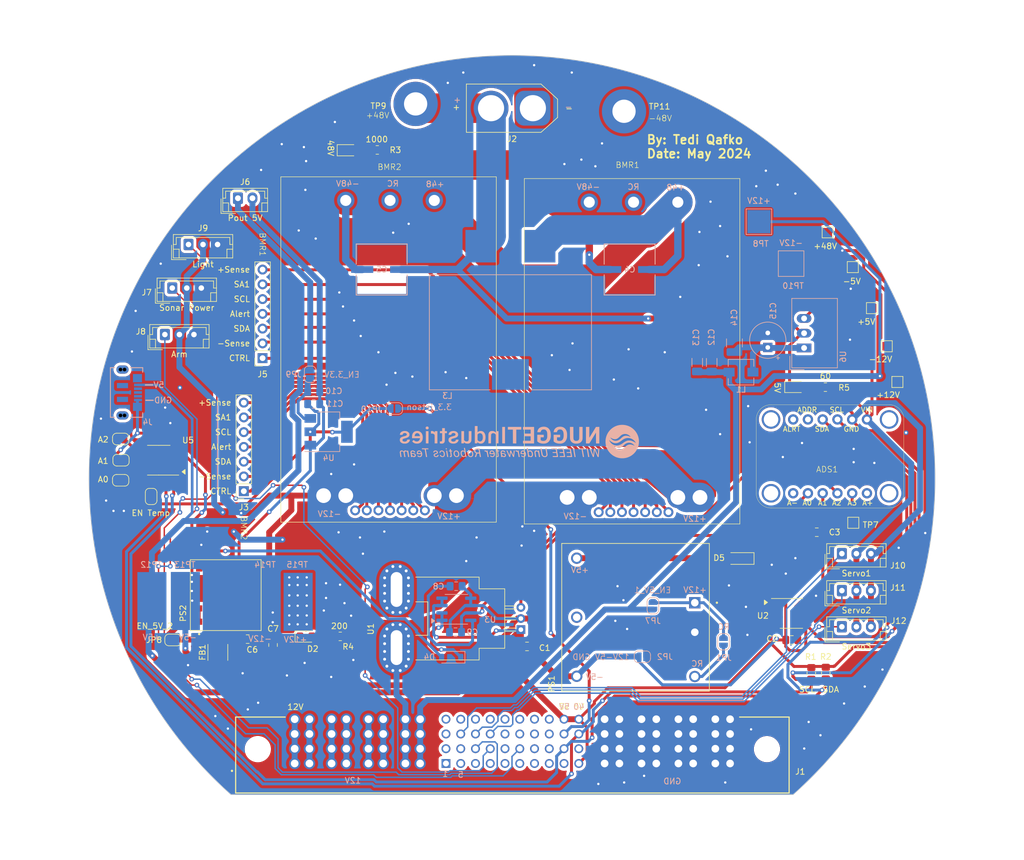
<source format=kicad_pcb>
(kicad_pcb (version 20221018) (generator pcbnew)
  (layers (0 "F.Cu" signal) (31 "B.Cu" signal) (34 "B.Paste" user) (35 "F.Paste" user) (36 "B.SilkS" user "B.Silkscreen") (37 "F.SilkS" user "F.Silkscreen") (38 "B.Mask" user) (39 "F.Mask" user) (44 "Edge.Cuts" user))
  (net 0 "")
  (net 1 "+12V")
  (net 2 "-12V")
  (net 3 "+5V")
  (net 4 "SONAR5")
  (net 5 "SONAR6")
  (net 6 "SONAR4")
  (net 7 "SONAR3")
  (net 8 "SONAR2")
  (net 9 "SONAR1")
  (net 10 "RX")
  (net 11 "TX")
  (net 12 "SDA")
  (net 13 "3.3V")
  (net 14 "GPIO6")
  (net 15 "GPIO5")
  (net 16 "GPIO7")
  (net 17 "GPIO8")
  (net 18 "GPIO9")
  (net 19 "GPIO10")
  (net 20 "GPIO4")
  (net 21 "GPIO3")
  (net 22 "GPIO2")
  (net 23 "PWM5")
  (net 24 "PWM6")
  (net 25 "PWM4")
  (net 26 "PWM3")
  (net 27 "PWM2")
  (net 28 "PWM1")
  (net 29 "PWM7")
  (net 30 "GPIO1")
  (net 31 "PWM12")
  (net 32 "PWM13")
  (net 33 "PWM11")
  (net 34 "PWM10")
  (net 35 "PWM9")
  (net 36 "PWM8")
  (net 37 "PWM14")
  (net 38 "PWM15")
  (net 39 "SCL")
  (net 40 "PG_CTRL_2")
  (net 41 "-SENSE_2")
  (net 42 "SDA_2")
  (net 43 "SALERT_2")
  (net 44 "SCL_2")
  (net 45 "SA0{slash}SA1_2")
  (net 46 "SA0_2")
  (net 50 "+48V")
  (net 51 "Net-(ADS1-a3)")
  (net 52 "12V_Sense")
  (net 53 "5V_Sense")
  (net 54 "-48V")
  (net 55 "PG_CTRL_1")
  (net 56 "-SENSE_1")
  (net 57 "SDA_1")
  (net 58 "SALERT_1")
  (net 59 "SCL_1")
  (net 60 "SA0{slash}SA1_1")
  (net 61 "SA0_1")
  (net 62 "Net-(U2-VCC)")
  (net 63 "Net-(D1-A)")
  (net 64 "Net-(D2-A)")
  (net 65 "Net-(D3-A)")
  (net 66 "Net-(JP3-B)")
  (net 67 "Net-(JP4-B)")
  (net 68 "Net-(JP5-B)")
  (net 70 "Net-(JP6-B)")
  (net 76 "5V_Sense_2")
  (net 77 "Net-(JP8-A)")
  (net 78 "Net-(U3-VCC)")
  (net 79 "Net-(JP8-B)")
  (net 83 "Net-(JP9-B)")
  (net 84 "Net-(J1-35)")
  (net 85 "Net-(D5-A)")
  (net 86 "Net-(D4-A)")
  (net 87 "Net-(D4-K)")
  (net 88 "Net-(D5-K)")
  (net 89 "+12V_out")
  (net 90 "+48V_afterEMC")
  (net 91 "Net-(JP1-B)")
  (net 92 "Net-(JP1-A)")
  (net 93 "-5V")
  (net 94 "Net-(U6-Vin)")
  (footprint "Connector_PinSocket_2.54mm:PinSocket_1x07_P2.54mm_Vertical" (layer "F.Cu") (at 96.012 77.216 180)
    (fp_text reference "J5")
    (fp_text value "BMR1" hide)
  )
  (footprint "Jumper:SolderJumper-2_P1.3mm_Open_RoundedPad1.0x1.5mm" (layer "F.Cu") (at 76.835 101.0228 90)
    (fp_text reference "JP6" hide)
    (fp_text value "~" hide)
  )
  (footprint "Jumper:SolderJumper-2_P1.3mm_Open_RoundedPad1.0x1.5mm" (layer "F.Cu") (at 80.5838 125.7158 180)
    (fp_text reference "JP8")
    (fp_text value "~" hide)
  )
  (footprint "Capacitor_SMD:C_0805_2012Metric_Pad1.18x1.45mm_HandSolder" (layer "F.Cu") (at 97.8154 126.5794 90)
    (fp_text reference "C7")
    (fp_text value "10u")
  )
  (footprint "LED_SMD:LED_0805_2012Metric_Pad1.15x1.40mm_HandSolder" (layer "F.Cu") (at 187.7314 82.1802)
    (fp_text reference "D3" hide)
    (fp_text value "LED" hide)
  )
  (footprint "Connector_JST:JST_EH_B3B-EH-A_1x03_P2.50mm_Vertical" (layer "F.Cu") (at 195.707 117.221)
    (fp_text reference "J11")
    (fp_text value "Servo2")
  )
  (footprint "Connector_JST:JST_EH_B3B-EH-A_1x03_P2.50mm_Vertical" (layer "F.Cu") (at 83.265 57.658)
    (fp_text reference "J9")
    (fp_text value "Light")
  )
  (footprint "TestPoint:TestPoint_Plated_Hole_D4.0mm" (layer "F.Cu") (at 158.2166 34.733 180)
    (fp_text reference "TP11")
    (fp_text value "-48V" hide)
  )
  (footprint "Power_Modules:BMR491" (layer "F.Cu") (at 178.9312 75.7794 -90)
    (fp_text reference "BMR1")
    (fp_text value "~" hide)
  )
  (footprint "Connector_JST:JST_EH_B3B-EH-A_1x03_P2.50mm_Vertical" (layer "F.Cu") (at 195.707 110.855)
    (fp_text reference "J10")
    (fp_text value "Servo1")
  )
  (footprint "Power_Modules:BMR491" (layer "F.Cu") (at 137.0212 75.4746 -90)
    (fp_text reference "BMR2")
    (fp_text value "~" hide)
  )
  (footprint "LED_SMD:LED_0805_2012Metric_Pad1.15x1.40mm_HandSolder" (layer "F.Cu") (at 110.7186 41.4386)
    (fp_text reference "D1" hide)
    (fp_text value "LED" hide)
  )
  (footprint "Connector_AMASS:AMASS_XT60-F_1x02_P7.20mm_Vertical" (layer "F.Cu") (at 142.5312 34.1996 180)
    (fp_text reference "J2")
    (fp_text value "XT60-M")
  )
  (footprint "Connector_JST:JST_EH_B3B-EH-A_1x03_P2.50mm_Vertical" (layer "F.Cu") (at 80.471 65.151)
    (fp_text reference "J7")
    (fp_text value "Sonar Power")
  )
  (footprint "Resistor_SMD:R_0805_2012Metric_Pad1.20x1.40mm_HandSolder" (layer "F.Cu") (at 109.3818 125.1062 180)
    (fp_text reference "R4")
    (fp_text value "200")
  )
  (footprint "TestPoint:TestPoint_Pad_1.5x1.5mm" (layer "F.Cu") (at 203.4286 75.1698 180)
    (fp_text reference "TP2" hide)
    (fp_text value "-12V")
  )
  (footprint "Jumper:SolderJumper-2_P1.3mm_Open_RoundedPad1.0x1.5mm" (layer "F.Cu") (at 71.5922 91.1366)
    (fp_text reference "JP5" hide)
    (fp_text value "~" hide)
  )
  (footprint "Connector_JST:JST_EH_B3B-EH-A_1x03_P2.50mm_Vertical" (layer "F.Cu") (at 79.201 73.152)
    (fp_text reference "J8")
    (fp_text value "Arm")
  )
  (footprint "Resistor_SMD:R_0805_2012Metric_Pad1.20x1.40mm_HandSolder" (layer "F.Cu") (at 190.4492 131.4656 -90)
    (fp_text reference "R1")
    (fp_text value "220")
  )
  (footprint "Inductor_SMD:L_1812_4532Metric_Pad1.30x3.40mm_HandSolder" (layer "F.Cu") (at 88.3158 127.8494 90)
    (fp_text reference "FB1")
    (fp_text value "FerriteBead" hide)
  )
  (footprint "Jumper:SolderJumper-2_P1.3mm_Open_RoundedPad1.0x1.5mm" (layer "F.Cu") (at 71.5922 98.2366)
    (fp_text reference "JP3" hide)
    (fp_text value "~" hide)
  )
  (footprint "Connector_PinSocket_2.54mm:PinSocket_1x07_P2.54mm_Vertical" (layer "F.Cu") (at 92.7862 100.1126 180)
    (fp_text reference "J3")
    (fp_text value "BMR1" hide)
  )
  (footprint "Capacitor_SMD:C_0805_2012Metric_Pad1.18x1.45mm_HandSolder" (layer "F.Cu") (at 187.0862 125.7158 180)
    (fp_text reference "C2")
    (fp_text value ".1uF")
  )
  (footprint "Resistor_SMD:R_0805_2012Metric_Pad1.20x1.40mm_HandSolder" (layer "F.Cu") (at 192.8734 82.2056 180)
    (fp_text reference "R5")
    (fp_text value "60")
  )
  (footprint "TestPoint:TestPoint_Pad_1.5x1.5mm" (layer "F.Cu") (at 193.2686 55.561 180)
    (fp_text reference "TP5" hide)
    (fp_text value "+48V")
  )
  (footprint "Connector_JST:JST_EH_B3B-EH-A_1x03_P2.50mm_Vertical" (layer "F.Cu") (at 195.707 123.444)
    (fp_text reference "J12")
    (fp_text value "Servo3")
  )
  (footprint "Connector_JST:JST_EH_B2B-EH-A_1x02_P2.50mm_Vertical" (layer "F.Cu") (at 91.7702 49.6936)
    (fp_text reference "J6")
    (fp_text value "Pout 5V")
  )
  (footprint "TestPoint:TestPoint_Pad_1.5x1.5mm" (layer "F.Cu") (at 205.2574 81.3166 180)
    (fp_text reference "TP1" hide)
    (fp_text value "+12V")
  )
  (footprint "TestPoint:TestPoint_Plated_Hole_D4.0mm" (layer "F.Cu") (at 122.3518 33.463 180)
    (fp_text reference "TP9")
    (fp_text value "+48V" hide)
  )
  (footprint "Capacitor_SMD:C_0805_2012Metric_Pad1.18x1.45mm_HandSolder" (layer "F.Cu") (at 191.389 107.1738 180)
    (fp_text reference "C3")
    (fp_text value "10n")
  )
  (footprint "Resistor_SMD:R_0805_2012Metric_Pad1.20x1.40mm_HandSolder" (layer "F.Cu") (at 115.7548 41.3878 180)
    (fp_text reference "R3")
    (fp_text value "1000")
  )
  (footprint "Capacitor_SMD:C_0805_2012Metric_Pad1.18x1.45mm_HandSolder" (layer "F.Cu") (at 141.5249 126.8334)
    (fp_text reference "C1")
    (fp_text value ".1u")
  )
  (footprint "Adafruit:ADS1115_2" (layer "F.Cu") (at 193.656949 94.354149 180)
    (fp_text reference "ADS1")
    (fp_text value "~")
  )
  (footprint "Sensor_Current:Allegro_CB_PFF" (layer "F.Cu") (at 140.4662 123.9386 90)
    (fp_text reference "U1")
    (fp_text value "ACS758xCB-150B-PFF")
  )
  (footprint "Resistor_SMD:R_0805_2012Metric_Pad1.20x1.40mm_HandSolder" (layer "F.Cu") (at 192.9384 131.4148 -90)
    (fp_text reference "R2")
    (fp_text value "220")
  )
  (footprint "Capacitor_SMD:C_0805_2012Metric_Pad1.18x1.45mm_HandSolder" (layer "F.Cu") (at 93.4466 125.5634)
    (fp_text reference "C6")
    (fp_text value "10u")
  )
  (footprint "footprints:SAMTEC_PETC-04-40-04-01-X-RA-SD" (layer "F.Cu") (at 139.004 144.4322)
    (fp_text reference "J1")
    (fp_text value "PETC-04-40-04-01-X-RA-SD")
  )
  (footprint "Jumper:SolderJumper-2_P1.3mm_Open_RoundedPad1.0x1.5mm" (layer "F.Cu") (at 71.6492 94.7786)
    (fp_text reference "JP4" hide)
    (fp_text value "~" hide)
  )
  (footprint "Package_SO:SOIC-8_3.9x4.9mm_P1.27mm" (layer "F.Cu") (at 187.0202 121.1438)
    (fp_text reference "U2")
    (fp_text value "ACS724xLCTR-10AB" hide)
  )
  (footprint "LED_SMD:LED_0805_2012Metric_Pad1.15x1.40mm_HandSolder" (layer "F.Cu") (at 103.4706 125.1316)
    (fp_text reference "D2")
    (fp_text value "LED" hide)
  )
  (footprint "Package_SO:SO-8_3.9x4.9mm_P1.27mm" (layer "F.Cu") (at 78.1462 94.7786 180)
    (fp_text reference "U5")
    (fp_text value "TMP1075D")
  )
  (footprint "TestPoint:TestPoint_Pad_1.5x1.5mm" (layer "F.Cu") (at 200.8886 68.6166 180)
    (fp_text reference "TP3" hide)
    (fp_text value "+5V")
  )
  (footprint "TestPoint:TestPoint_Pad_1.5x1.5mm" (layer "F.Cu") (at 197.5866 61.5554 180)
    (fp_text reference "TP4" hide)
    (fp_text value "-5V")
  )
  (footprint "footprints:CONV_SKMW30F-05" (layer "F.Cu") (at 160.1978 121.8042 -90)
    (fp_text reference "PS1")
    (fp_text value "SKMW30F-05")
  )
  (footprint "TestPoint:TestPoint_Pad_1.5x1.5mm" (layer "F.Cu") (at 197.670149 105.5482)
    (fp_text reference "TP7")
    (fp_text value "TestPoint" hide)
  )
  (footprint "footprints:CONV_RPM5.0-6.0-CT" (layer "F.Cu") (at 89.6744 118.0032 90)
    (fp_text reference "PS2")
    (fp_text value "RPM5.0-6.0-CT")
  )
  (footprint "Diode_SMD:D_SOD-123" (layer "F.Cu") (at 178.2318 111.695 180)
    (fp_text reference "D5")
    (fp_text value "1N4148W")
  )
  (footprint "Capacitor_SMD:C_0805_2012Metric_Pad1.18x1.45mm_HandSolder" (layer "B.Cu") (at 129.3202 116.4646)
    (fp_text reference "C8")
    (fp_text value ".1uF")
  )
  (footprint "Converter_DCDC:Converter_DCDC_TRACO_TSR-1_THT" (layer "B.Cu") (at 189.2046 75.4623 90)
    (fp_text reference "U6")
    (fp_text value "TSR_1-2450" hide)
  )
  (footprint "Capacitor_SMD:C_1206_3216Metric_Pad1.33x1.80mm_HandSolder" (layer "B.Cu") (at 173.3042 77.9638 90)
    (fp_text reference "C12")
    (fp_text value "10u")
  )
  (footprint "TestPoint:TestPoint_Pad_4.0x4.0mm" (layer "B.Cu") (at 181.4322 53.7322)
    (fp_text reference "TP8")
    (fp_text value "+12V")
  )
  (footprint "Inductor_SMD:L_TracoPower_TCK-141" (layer "B.Cu") (at 178.3514 79.6279)
    (fp_text reference "L1")
    (fp_text value "5.6u")
  )
  (footprint "Connector_Wire:SolderWirePad_1x01_SMD_5x10mm" (layer "B.Cu") (at 102.1302 119.1626)
    (fp_text reference "TP15")
    (fp_text value "+12V")
  )
  (footprint "TestPoint:TestPoint_Pad_4.0x4.0mm" (layer "B.Cu") (at 186.9694 60.9458)
    (fp_text reference "TP10")
    (fp_text value "-12V")
  )
  (footprint "Capacitor_SMD:C_0805_2012Metric_Pad1.18x1.45mm_HandSolder" (layer "B.Cu") (at 129.2147 124.3766 180)
    (fp_text reference "C9")
    (fp_text value "10n")
  )
  (footprint "Connector_Wire:SolderWirePad_1x01_SMD_5x10mm" (layer "B.Cu") (at 76.9652 119.0356)
    (fp_text reference "TP12")
    (fp_text value "+5V")
  )
  (footprint "Connector_Wire:SolderWirePad_1x01_SMD_5x10mm" (layer "B.Cu") (at 96.3422 119.1626)
    (fp_text reference "TP14")
    (fp_text value "-12V")
  )
  (footprint "footprints:CAP_EEFK_E_PAN" (layer "B.Cu") (at 159.1858 61.9615 180)
    (fp_text reference "C4")
    (fp_text value "10uF  ")
  )
  (footprint "Capacitor_SMD:C_0805_2012Metric_Pad1.18x1.45mm_HandSolder" (layer "B.Cu") (at 104.8102 82.9722)
    (fp_text reference "C10")
    (fp_text value "10u")
  )
  (footprint "Capacitor_THT:CP_Radial_Tantal_D6.0mm_P2.50mm" (layer "B.Cu") (at 182.9562 75.379925 90)
    (fp_text reference "C15")
    (fp_text value "56u")
  )
  (footprint "Jumper:SolderJumper-2_P1.3mm_Open_RoundedPad1.0x1.5mm" (layer "B.Cu") (at 104.2006 79.9854 -90)
    (fp_text reference "JP9")
    (fp_text value "~" hide)
  )
  (footprint "footprints:1051640001" (layer "B.Cu") (at 72.603101 83.1263 90)
    (fp_text reference "J4")
    (fp_text value "USB_B_Micro" hide)
  )
  (footprint "Package_SO:SOIC-8_3.9x4.9mm_P1.27mm" (layer "B.Cu") (at 129.3622 120.4326)
    (fp_text reference "U3")
    (fp_text value "ACS724xLCTR-10AB" hide)
  )
  (footprint "Connector_Wire:SolderWirePad_1x01_SMD_5x10mm" (layer "B.Cu") (at 82.7278 119.0102)
    (fp_text reference "TP13")
    (fp_text value "-5V")
  )
  (footprint "LOGO" (layer "B.Cu") (at 140.208 91.567 180)
    (fp_text reference "G2" hide)
    (fp_text value "LOGO" hide)
  )
  (footprint "Capacitor_SMD:C_1206_3216Metric_Pad1.33x1.80mm_HandSolder" (layer "B.Cu") (at 170.815 77.9515 90)
    (fp_text reference "C13")
    (fp_text value "10u")
  )
  (footprint "Jumper:SolderJumper-2_P1.3mm_Open_RoundedPad1.0x1.5mm" (layer "B.Cu") (at 175.3362 126.030998 -90)
    (fp_text reference "JP1")
    (fp_text value "~" hide)
  )
  (footprint "footprints:CAP_EEFK_E_PAN" (layer "B.Cu") (at 116.5138 61.9615 180)
    (fp_text reference "C5")
    (fp_text value "10uF  ")
  )
  (footprint "Diode_SMD:D_SOD-123" (layer "B.Cu") (at 128.4722 128.6876 180)
    (fp_text reference "D4")
    (fp_text value "1N4148W")
  )
  (footprint "footprints:IND_PQ2614BHA-4R7K" (layer "B.Cu") (at 138.6636 72.3036)
    (fp_text reference "L3")
    (fp_text value "4.7uH")
  )
  (footprint "Jumper:SolderJumper-2_P1.3mm_Open_RoundedPad1.0x1.5mm" (layer "B.Cu") (at 163.195 119.8334 90)
    (fp_text reference "JP7")
    (fp_text value "~" hide)
  )
  (footprint "Capacitor_SMD:C_1210_3225Metric_Pad1.33x2.70mm_HandSolder" (layer "B.Cu") (at 177.2158 74.5987 90)
    (fp_text reference "C14")
    (fp_text value "10u")
  )
  (footprint "Capacitor_SMD:C_0805_2012Metric_Pad1.18x1.45mm_HandSolder" (layer "B.Cu") (at 104.8102 85.1058)
    (fp_text reference "C11")
    (fp_text value "22u")
  )
  (footprint "Package_TO_SOT_SMD:SOT-223-3_TabPin2" (layer "B.Cu") (at 107.3834 89.8882)
    (fp_text reference "U4")
    (fp_text value "LD1117S33TR_SOT223" hide)
  )
  (footprint "Jumper:SolderJumper-2_P1.3mm_Open_RoundedPad1.0x1.5mm" (layer "B.Cu") (at 161.3766 128.6114 180)
    (fp_text reference "JP2")
    (fp_text value "~" hide)
  )
  (footprint "Jumper:SolderJumper-2_P1.3mm_Open_RoundedPad1.0x1.5mm" (layer "B.Cu") (at 118.6942 85.8886)
    (fp_text reference "JP10")
    (fp_text value "~" hide)
  )
  (gr_poly (pts (xy 125.603 122.428) (xy 125.095 122.809) (xy 125.095 122.047)) (stroke (width 0.15)) (fill solid) (layer "B.SilkS"))
  (gr_line (start 77.11499 81.8246) (end 75.84499 81.8246) (stroke (width 0.2)) (layer "B.SilkS"))
  (gr_line (start 77.1906 84.4662) (end 75.9206 84.4662) (stroke (width 0.2)) (layer "B.SilkS"))
  (gr_poly (pts (xy 82.169 96.774) (xy 82.677 97.155) (xy 82.677 96.393)) (stroke (width 0.15)) (fill solid) (layer "F.SilkS"))
  (gr_poly (pts (xy 182.88 119.253) (xy 182.372 118.872) (xy 182.372 119.634)) (stroke (width 0.15)) (fill solid) (layer "F.SilkS"))
  (gr_line (start 187.349 152.3222) (end 90.549 152.3222) (stroke (width 0.1)) (layer "Edge.Cuts"))
  (gr_arc (start 90.549 152.3222) (mid 138.949 25.107916) (end 187.349 152.3222) (stroke (width 0.1)) (layer "Edge.Cuts"))
  (gr_text "-5V" (at 153.162 132.08) (layer "B.SilkS") (effects (font (size 1 1)) (justify mirror)))
  (gr_text "-12V" (at 107.5182 104.0242) (layer "B.SilkS") (effects (font (size 1 1)) (justify mirror)))
  (gr_text "RC" (at 118.4402 47.179) (layer "B.SilkS") (effects (font (size 1 1)) (justify mirror)))
  (gr_text "-5V" (at 83.1342 125.2586) (layer "B.SilkS") (effects (font (size 1 1)) (justify mirror)))
  (gr_text "+12V" (at 101.6762 125.6396) (layer "B.SilkS") (effects (font (size 1 1)) (justify mirror)))
  (gr_text "EN_3.3V" (at 112.776 80.645) (layer "B.SilkS") (effects (font (size 1.016 1.016) (thickness 0.127)) (justify left bottom mirror)))
  (gr_text "+5V" (at 150.622 113.665) (layer "B.SilkS") (effects (font (size 1 1)) (justify mirror)))
  (gr_text "12V-5V GND" (at 159.2026 129.2464) (layer "B.SilkS") (effects (font (size 1.016 1.016) (thickness 0.127)) (justify left bottom mirror)))
  (gr_text "1" (at 128.016 149.352) (layer "B.SilkS") (effects (font (size 1 1)) (justify left bottom mirror)))
  (gr_text "RC" (at 170.815 129.794) (layer "B.SilkS") (effects (font (size 1 1)) (justify mirror)))
  (gr_text "+5V" (at 76.9112 125.2586) (layer "B.SilkS") (effects (font (size 1 1)) (justify mirror)))
  (gr_text "+12V" (at 170.4086 104.837) (layer "B.SilkS") (effects (font (size 1 1)) (justify mirror)))
  (gr_text "-48V" (at 110.6678 47.179) (layer "B.SilkS") (effects (font (size 1 1)) (justify mirror)))
  (gr_text "5V" (at 78.1558 81.8246) (layer "B.SilkS") (effects (font (size 1 1)) (justify mirror)))
  (gr_text "+" (at 129.5146 32.9042 180) (layer "B.SilkS") (effects (font (size 1 1)) (justify mirror)))
  (gr_text "12V\n" (at 113.03 150.495) (layer "B.SilkS") (effects (font (size 1 1)) (justify left bottom mirror)))
  (gr_text "+48" (at 167.1066 47.8394) (layer "B.SilkS") (effects (font (size 1 1)) (justify mirror)))
  (gr_text "-12V" (at 95.5802 125.5126) (layer "B.SilkS") (effects (font (size 1 1)) (justify mirror)))
  (gr_text "GND" (at 168.148 150.622) (layer "B.SilkS") (effects (font (size 1 1)) (justify left bottom mirror)))
  (gr_text "+12V" (at 170.434 117.094) (layer "B.SilkS") (effects (font (size 1 1)) (justify mirror)))
  (gr_text "5" (at 130.683 149.479) (layer "B.SilkS") (effects (font (size 1 1)) (justify left bottom mirror)))
  (gr_text "-" (at 148.6662 34.1234 180) (layer "B.SilkS") (effects (font (size 1 1)) (justify mirror)))
  (gr_text "-48V" (at 152.0698 47.7378) (layer "B.SilkS") (effects (font (size 1 1)) (justify mirror)))
  (gr_text "40" (at 151.511 137.795) (layer "B.SilkS") (effects (font (size 1 1)) (justify left bottom mirror)))
  (gr_text "3.3_jetson" (at 128.651 86.233) (layer "B.SilkS") (effects (font (size 1.016 1.016) (thickness 0.127)) (justify left bottom mirror)))
  (gr_text "-12V" (at 149.8346 104.4306) (layer "B.SilkS") (effects (font (size 1 1)) (justify mirror)))
  (gr_text "+48" (at 125.7046 47.2806) (layer "B.SilkS") (effects (font (size 1 1)) (justify mirror)))
  (gr_text "RC" (at 159.8422 47.7378) (layer "B.SilkS") (effects (font (size 1 1)) (justify mirror)))
  (gr_text "GND" (at 78.8924 84.4662) (layer "B.SilkS") (effects (font (size 1 1)) (justify mirror)))
  (gr_text "+12V" (at 128.0922 104.4306) (layer "B.SilkS") (effects (font (size 1 1)) (justify mirror)))
  (gr_text "EN_5V_1" (at 166.37 117.729) (layer "B.SilkS") (effects (font (size 1.016 1.016) (thickness 0.127)) (justify left bottom mirror)))
  (gr_text "5V" (at 147.955 137.1966) (layer "B.SilkS") (effects (font (size 1 1)) (justify mirror)))
  (gr_text "RC" (at 175.387 123.444) (layer "B.SilkS") (effects (font (size 1 1)) (justify mirror)))
  (gr_text "-Sense" (at 91.027428 74.676) (layer "F.SilkS") (effects (font (size 1 1))))
  (gr_text "SCL" (at 189.738 134.239) (layer "F.SilkS") (effects (font (size 1 1))))
  (gr_text "CTRL" (at 92.051238 77.216) (layer "F.SilkS") (effects (font (size 1 1))))
  (gr_text "SA1" (at 89.2302 87.4126) (layer "F.SilkS") (effects (font (size 1 1))))
  (gr_text "SDA" (at 193.802 134.239) (layer "F.SilkS") (effects (font (size 1 1))))
  (gr_text "-Sense" (at 87.801628 97.5726) (layer "F.SilkS") (effects (font (size 1 1))))
  (gr_text "BMR2" (at 92.7862 106.4626 -90) (layer "F.SilkS") (effects (font (size 1 1) (thickness 0.1))))
  (gr_text "By: Tedi Qafko\nDate: May 2024" (at 161.9758 42.9118) (layer "F.SilkS") (effects (font (size 1.5 1.5) (thickness 0.3) bold) (justify left bottom)))
  (gr_text "+Sense" (at 91.027428 61.976) (layer "F.SilkS") (effects (font (size 1 1))))
  (gr_text "A2" (at 68.5862 91.2226) (layer "F.SilkS") (effects (font (size 1 1))))
  (gr_text "-5V" (at 197.4342 63.9938) (layer "F.SilkS") (effects (font (size 1 1))))
  (gr_text "A1" (at 68.5862 94.9056) (layer "F.SilkS") (effects (font (size 1 1))))
  (gr_text "+48V" (at 115.824 35.433) (layer "F.SilkS") (effects (font (size 1 1) (thickness 0.1))))
  (gr_text "12V" (at 101.6762 137.2474) (layer "F.SilkS") (effects (font (size 1 1))))
  (gr_text "SCL" (at 89.2302 89.9526) (layer "F.SilkS") (effects (font (size 1 1))))
  (gr_text "CTRL" (at 88.825438 100.1126) (layer "F.SilkS") (effects (font (size 1 1))))
  (gr_text "+5V" (at 199.9234 70.9534) (layer "F.SilkS") (effects (font (size 1 1))))
  (gr_text "+48V" (at 192.8622 57.9486) (layer "F.SilkS") (effects (font (size 1 1))))
  (gr_text "48V" (at 107.7326 41.0576 -90) (layer "F.SilkS") (effects (font (size 1 1))))
  (gr_text "EN_5V_2" (at 77.47 123.317) (layer "F.SilkS") (effects (font (size 1 1))))
  (gr_text "Alert" (at 92.122666 69.596) (layer "F.SilkS") (effects (font (size 1 1))))
  (gr_text "SDA" (at 89.20639 95.0326) (layer "F.SilkS") (effects (font (size 1 1))))
  (gr_text "5V" (at 150.4442 137.1966) (layer "F.SilkS") (effects (font (size 1 1))))
  (gr_text "SCL" (at 92.456 67.056) (layer "F.SilkS") (effects (font (size 1 1))))
  (gr_text "-48V" (at 164.465 35.941) (layer "F.SilkS") (effects (font (size 1 1) (thickness 0.1))))
  (gr_text "Alert" (at 88.896866 92.4926) (layer "F.SilkS") (effects (font (size 1 1))))
  (gr_text "SA1" (at 92.456 64.516) (layer "F.SilkS") (effects (font (size 1 1))))
  (gr_text "5V" (at 184.6184 82.3232 -90) (layer "F.SilkS") (effects (font (size 1 1))))
  (gr_text "BMR1" (at 96.012 57.658 -90) (layer "F.SilkS") (effects (font (size 1 1) (thickness 0.1))))
  (gr_text "+" (at 129.3622 34.1742 180) (layer "F.SilkS") (effects (font (size 1 1))))
  (gr_text "A0" (at 68.5862 98.0806) (layer "F.SilkS") (effects (font (size 1 1))))
  (gr_text "EN Temp" (at 76.7842 103.8718) (layer "F.SilkS") (effects (font (size 1 1))))
  (gr_text "SDA" (at 92.43219 72.136) (layer "F.SilkS") (effects (font (size 1 1))))
  (gr_text "5V" (at 147.9042 137.1966) (layer "F.SilkS") (effects (font (size 1 1))))
  (gr_text "-12V" (at 202.3618 77.405) (layer "F.SilkS") (effects (font (size 1 1))))
  (gr_text "+Sense" (at 87.801628 84.8726) (layer "F.SilkS") (effects (font (size 1 1))))
  (gr_text "+12V" (at 203.6826 83.5518) (layer "F.SilkS") (effects (font (size 1 1))))
  (gr_text "-" (at 148.7678 34.3774 180) (layer "F.SilkS") (effects (font (size 1 1))))
  (segment (start 101.473 110.49) (end 101.473 114.362) (width 1.016) (layer "F.Cu") (net 1))
  (segment (start 89.154 103.759) (end 89.154 105.156) (width 1.016) (layer "F.Cu") (net 1))
  (segment (start 203.2762 81.3166) (end 202.2602 80.3006) (width 1.016) (layer "F.Cu") (net 1))
  (segment (start 101.473 114.362) (end 102.0572 114.9462) (width 1.016) (layer "F.Cu") (net 1))
  (segment (start 205.2574 81.3166) (end 203.2762 81.3166) (width 1.016) (layer "F.Cu") (net 1))
  (segment (start 89.154 105.156) (end 91.059 107.061) (width 1.016) (layer "F.Cu") (net 1))
  (segment (start 99.441 108.458) (end 101.473 110.49) (width 1.016) (layer "F.Cu") (net 1))
  (via (at 100.6094 114.9462) (size 0.8) (drill 0.4) (layers "F.Cu" "B.Cu") (net 1))
  (via (at 202.2602 80.3006) (size 0.8) (drill 0.4) (layers "F.Cu" "B.Cu") (net 1))
  (via (at 206.756 90.043) (size 0.8) (drill 0.4) (layers "F.Cu" "B.Cu") (net 1))
  (via (at 89.154 103.759) (size 0.8) (drill 0.4) (layers "F.Cu" "B.Cu") (net 1))
  (via (at 100.6094 119.823) (size 0.8) (drill 0.4) (layers "F.Cu" "B.Cu") (net 1))
  (via (at 81.788 82.296) (size 0.8) (drill 0.4) (layers "F.Cu" "B.Cu") (net 1))
  (via (at 103.6066 121.4994) (size 0.8) (drill 0.4) (layers "F.Cu" "B.Cu") (net 1))
  (via (at 100.6094 123.0234) (size 0.8) (drill 0.4) (layers "F.Cu" "B.Cu") (net 1))
  (via (at 102.0572 119.823) (size 0.8) (drill 0.4) (layers "F.Cu" "B.Cu") (net 1))
  (via (at 100.6094 121.4994) (size 0.8) (drill 0.4) (layers "F.Cu" "B.Cu") (net 1))
  (via (at 102.0572 114.9462) (size 0.8) (drill 0.4) (layers "F.Cu" "B.Cu") (net 1))
  (via (at 100.6094 116.267) (size 0.8) (drill 0.4) (layers "F.Cu" "B.Cu") (net 1))
  (via (at 103.6066 119.823) (size 0.8) (drill 0.4) (layers "F.Cu" "B.Cu") (net 1))
  (via (at 102.0572 121.4994) (size 0.8) (drill 0.4) (layers "F.Cu" "B.Cu") (net 1))
  (via (at 102.0572 116.267) (size 0.8) (drill 0.4) (layers "F.Cu" "B.Cu") (net 1))
  (via (at 103.6066 114.9462) (size 0.8) (drill 0.4) (layers "F.Cu" "B.Cu") (net 1))
  (via (at 99.441 108.458) (size 0.8) (drill 0.4) (layers "F.Cu" "B.Cu") (net 1))
  (via (at 103.6066 118.045) (size 0.8) (drill 0.4) (layers "F.Cu" "B.Cu") (net 1))
  (via (at 102.0572 123.0234) (size 0.8) (drill 0.4) (layers "F.Cu" "B.Cu") (net 1))
  (via (at 103.6066 123.0234) (size 0.8) (drill 0.4) (layers "F.Cu" "B.Cu") (net 1))
  (via (at 102.0572 118.045) (size 0.8) (drill 0.4) (layers "F.Cu" "B.Cu") (net 1))
  (via (at 91.059 107.061) (size 0.8) (drill 0.4) (layers "F.Cu" "B.Cu") (net 1))
  (via (at 103.6066 116.267) (size 0.8) (drill 0.4) (layers "F.Cu" "B.Cu") (net 1))
  (via (at 100.6094 118.045) (size 0.8) (drill 0.4) (layers "F.Cu" "B.Cu") (net 1))
  (segment (start 123.129 139.3522) (end 123.129 146.9722) (width 1.016) (layer "B.Cu") (net 1))
  (segment (start 192.4558 53.7322) (end 202.2602 63.5366) (width 0.508) (layer "B.Cu") (net 1))
  (segment (start 119.0662 127.0286) (end 119.0662 135.1952) (width 1.016) (layer "B.Cu") (net 1))
  (segment (start 101.539 139.3522) (end 101.539 146.9722) (width 1.016) (layer "B.Cu") (net 1))
  (segment (start 82.971 63.079) (end 85.765 60.285) (width 1.016) (layer "B.Cu") (net 1))
  (segment (start 87.684 84.763) (end 87.684 102.289) (width 1.016) (layer "B.Cu") (net 1))
  (segment (start 124.2964 136.0536) (end 123.129 137.221) (width 1.016) (layer "B.Cu") (net 1))
  (segment (start 177.4952 82.8406) (end 177.4952 102.0176) (width 1.016) (layer "B.Cu") (net 1))
  (segment (start 181.4322 53.7322) (end 192.4558 53.7322) (width 0.508) (layer "B.Cu") (net 1))
  (segment (start 139.3444 136.0536) (end 124.2964 136.0536) (width 1.016) (layer "B.Cu") (net 1))
  (segment (start 177.0507 82.3961) (end 176.3014 81.6468) (width 1.016) (layer "B.Cu") (net 1))
  (segment (start 176.3014 79.6279) (end 170.9289 79.6279) (width 1.016) (layer "B.Cu") (net 1))
  (segment (start 119.0662 135.1952) (end 120.589 136.718) (width 1.016) (layer "B.Cu") (net 1))
  (segment (start 82.971 65.151) (end 82.971 63.079) (width 1.016) (layer "B.Cu") (net 1))
  (segment (start 107.889 139.3522) (end 107.889 146.9722) (width 1.016) (layer "B.Cu") (net 1))
  (segment (start 120.589 136.718) (end 120.589 146.9722) (width 1.016) (layer "B.Cu") (net 1))
  (segment (start 81.701 78.78) (end 87.684 84.763) (width 1.016) (layer "B.Cu") (net 1))
  (segment (start 155.0162 120.4834) (end 154.9146 120.4834) (width 1.016) (layer "B.Cu") (net 1))
  (segment (start 104.079 139.3522) (end 104.079 146.9722) (width 1.016) (layer "B.Cu") (net 1))
  (segment (start 159.0294 120.4834) (end 155.0162 120.4834) (width 1.016) (layer "B.Cu") (net 1))
  (segment (start 177.4952 102.0176) (end 159.0294 120.4834) (width 1.016) (layer "B.Cu") (net 1))
  (segment (start 85.765 60.285) (end 85.765 57.658) (width 1.016) (layer "B.Cu") (net 1))
  (segment (start 82.971 71.882) (end 82.971 65.151) (width 1.016) (layer "B.Cu") (net 1))
  (segment (start 176.3014 81.6468) (end 176.3014 79.6279) (width 1.016) (layer "B.Cu") (net 1))
  (segment (start 99.441 108.458) (end 92.456 108.458) (width 1.016) (layer "B.Cu") (net 1))
  (segment (start 163.195 120.4834) (end 155.0162 120.4834) (width 1.016) (layer "B.Cu") (net 1))
  (segment (start 110.429 139.3522) (end 110.429 146.9722) (width 1.016) (layer "B.Cu") (net 1))
  (segment (start 177.3682 82.7136) (end 177.0507 82.3961) (width 1.016) (layer "B.Cu") (net 1))
  (segment (start 81.701 73.152) (end 82.971 71.882) (width 1.016) (layer "B.Cu") (net 1))
  (segment (start 114.239 139.3522) (end 114.239 146.9722) (width 1.016) (layer "B.Cu") (net 1))
  (segment (start 116.779 139.3522) (end 116.779 146.9722) (width 1.016) (layer "B.Cu") (net 1))
  (segment (start 177.0507 82.3961) (end 177.4952 82.8406) (width 1.016) (layer "B.Cu") (net 1))
  (segment (start 177.4952 82.5866) (end 177.3682 82.7136) (width 1.016) (layer "B.Cu") (net 1))
  (segment (start 184.0992 80.3006) (end 181.8132 82.5866) (width 1.016) (layer "B.Cu") (net 1))
  (segment (start 92.456 108.458) (end 91.059 107.061) (width 1.016) (layer "B.Cu") (net 1))
  (segment (start 202.2602 63.5366) (end 202.2602 80.3006) (width 0.508) (layer "B.Cu") (net 1))
  (segment (start 202.2602 80.3006) (end 184.0992 80.3006) (width 1.016) (layer "B.Cu") (net 1))
  (segment (start 87.684 102.289) (end 89.154 103.759) (width 1.016) (layer "B.Cu") (net 1))
  (segment (start 81.701 73.152) (end 81.701 78.78) (width 1.016) (layer "B.Cu") (net 1))
  (segment (start 154.9146 120.4834) (end 139.3444 136.0536) (width 1.016) (layer "B.Cu") (net 1))
  (segment (start 123.129 137.221) (end 123.129 139.3522) (width 1.016) (layer "B.Cu") (net 1))
  (segment (start 181.8132 82.5866) (end 177.4952 82.5866) (width 1.016) (layer "B.Cu") (net 1))
  (segment (start 170.9289 79.6279) (end 170.815 79.514) (width 1.016) (layer "B.Cu") (net 1))
  (segment (start 97.2454 100.8746) (end 100.965 100.8746) (width 1.016) (layer "F.Cu") (net 2))
  (segment (start 198.0692 58.7106) (end 199.4662 60.1076) (width 0.508) (layer "F.Cu") (net 2))
  (segment (start 97.7939 125.5634) (end 97.8154 125.5419) (width 1.016) (layer "F.Cu") (net 2))
  (segment (start 94.234 103.886) (end 97.2454 100.8746) (width 1.016) (layer "F.Cu") (net 2))
  (segment (start 199.4662 61.8856) (end 203.4286 65.848) (width 0.508) (layer "F.Cu") (net 2))
  (segment (start 100.965 103.378) (end 97.155 107.188) (width 1.016) (layer "F.Cu") (net 2))
  (segment (start 100.965 100.8746) (end 106.5172 100.8746) (width 1.016) (layer "F.Cu") (net 2))
  (segment (start 97.7646 125.4911) (end 97.8154 125.5419) (width 1.016) (layer "F.Cu") (net 2))
  (segment (start 102.0353 125.5419) (end 102.4456 125.1316) (width 1.016) (layer "F.Cu") (net 2))
  (segment (start 203.4286 65.848) (end 203.4286 75.1698) (width 0.508) (layer "F.Cu") (net 2))
  (segment (start 97.155 120.3818) (end 97.7646 120.9914) (width 1.016) (layer "F.Cu") (net 2))
  (segment (start 195.7832 58.7106) (end 198.0692 58.7106) (width 0.508) (layer "F.Cu") (net 2))
  (segment (start 92.329 103.886) (end 94.234 103.886) (width 1.016) (layer "F.Cu") (net 2))
  (segment (start 97.155 107.188) (end 97.155 120.3818) (width 1.016) (layer "F.Cu") (net 2))
  (segment (start 100.965 100.8746) (end 100.965 103.378) (width 1.016) (layer "F.Cu") (net 2))
  (segment (start 94.4841 125.5634) (end 97.7939 125.5634) (width 1.016) (layer "F.Cu") (net 2))
  (segment (start 97.7646 120.9914) (end 97.7646 125.4911) (width 1.016) (layer "F.Cu") (net 2))
  (segment (start 199.4662 60.1076) (end 199.4662 61.8856) (width 0.508) (layer "F.Cu") (net 2))
  (segment (start 97.8154 125.5419) (end 102.0353 125.5419) (width 1.016) (layer "F.Cu") (net 2))
  (via (at 161.671 149.098) (size 0.8) (drill 0.4) (layers "F.Cu" "B.Cu") (net 2))
  (via (at 197.231 65.278) (size 0.8) (drill 0.4) (layers "F.Cu" "B.Cu") (net 2))
  (via (at 186.055 114.3) (size 0.8) (drill 0.4) (layers "F.Cu" "B.Cu") (net 2))
  (via (at 115.951 76.2) (size 0.8) (drill 0.4) (layers "F.Cu" "B.Cu") (net 2))
  (via (at 121.793 80.391) (size 0.8) (drill 0.4) (layers "F.Cu" "B.Cu") (net 2))
  (via (at 103.378 48.26) (size 0.8) (drill 0.4) (layers "F.Cu" "B.Cu") (net 2))
  (via (at 78.486 60.96) (size 0.8) (drill 0.4) (layers "F.Cu" "B.Cu") (net 2))
  (via (at 191.262 118.11) (size 0.8) (drill 0.4) (layers "F.Cu" "B.Cu") (net 2))
  (via (at 188.849 91.821) (size 0.8) (drill 0.4) (layers "F.Cu" "B.Cu") (net 2))
  (via (at 197.739 95.123) (size 0.8) (drill 0.4) (layers "F.Cu" "B.Cu") (net 2))
  (via (at 158.115 118.872) (size 0.8) (drill 0.4) (layers "F.Cu" "B.Cu") (net 2))
  (via (at 117.348 81.788) (size 0.8) (drill 0.4) (layers "F.Cu" "B.Cu") (net 2))
  (via (at 86.487 107.061) (size 0.8) (drill 0.4) (layers "F.Cu" "B.Cu") (net 2))
  (via (at 175.641 150.241) (size 0.8) (drill 0.4) (layers "F.Cu" "B.Cu") (net 2))
  (via (at 197.739 92.837) (size 0.8) (drill 0.4) (layers "F.Cu" "B.Cu") (net 2))
  (via (at 167.894 66.675) (size 0.8) (drill 0.4) (layers "F.Cu" "B.Cu") (net 2))
  (via (at 176.276 116.332) (size 0.8) (drill 0.4) (layers "F.Cu" "B.Cu") (net 2))
  (via (at 109.22 65.913) (size 0.8) (drill 0.4) (layers "F.Cu" "B.Cu") (net 2))
  (via (at 121.158 54.102) (size 0.8) (drill 0.4) (layers "F.Cu" "B.Cu") (net 2))
  (via (at 179.578 85.471) (size 0.8) (drill 0.4) (layers "F.Cu" "B.Cu") (net 2))
  (via (at 70.358 103.505) (size 0.8) (drill 0.4) (layers "F.Cu" "B.Cu") (net 2))
  (via (at 189.992 139.827) (size 0.8) (drill 0.4) (layers "F.Cu" "B.Cu") (net 2))
  (via (at 149.225 28.067) (size 0.8) (drill 0.4) (layers "F.Cu" "B.Cu") (net 2))
  (via (at 140.716 106.172) (size 0.8) (drill 0.4) (layers "F.Cu" "B.Cu") (net 2))
  (via (at 73.533 76.073) (size 0.8) (drill 0.4) (layers "F.Cu" "B.Cu") (net 2))
  (via (at 127.889 29.845) (size 0.8) (drill 0.4) (layers "F.Cu" "B.Cu") (net 2))
  (via (at 159.004 75.692) (size 0.8) (drill 0.4) (layers "F.Cu" "B.Cu") (net 2))
  (via (at 69.088 101.727) (size 0.8) (drill 0.4) (layers "F.Cu" "B.Cu") (net 2))
  (via (at 95.25 136.525) (size 0.8) (drill 0.4) (layers "F.Cu" "B.Cu") (net 2))
  (via (at 158.242 150.241) (size 0.8) (drill 0.4) (layers "F.Cu" "B.Cu") (net 2))
  (via (at 197.104 74.041) (size 0.8) (drill 0.4) (layers "F.Cu" "B.Cu") (net 2))
  (via (at 179.197 120.015) (size 0.8) (drill 0.4) (layers "F.Cu" "B.Cu") (net 2))
  (via (at 179.832 91.694) (size 0.8) (drill 0.4) (layers "F.Cu" "B.Cu") (net 2))
  (via (at 142.748 26.797) (size 0.8) (drill 0.4) (layers "F.Cu" "B.Cu") (net 2))
  (via (at 145.796 76.708) (size 0.8) (drill 0.4) (layers "F.Cu" "B.Cu") (net 2))
  (via (at 210.058 107.315) (size 0.8) (drill 0.4) (layers "F.Cu" "B.Cu") (net 2))
  (via (at 112.776 108.077) (size 0.8) (drill 0.4) (layers "F.Cu" "B.Cu") (net 2))
  (via (at 100.203 131.826) (size 0.8) (drill 0.4) (layers "F.Cu" "B.Cu") (net 2))
  (via (at 154.432 40.259) (size 0.8) (drill 0.4) (layers "F.Cu" "B.Cu") (net 2))
  (via (at 202.692 130.81) (size 0.8) (drill 0.4) (layers "F.Cu" "B.Cu") (net 2))
  (via (at 184.658 47.371) (size 0.8) (drill 0.4) (layers "F.Cu" "B.Cu") (net 2))
  (via (at 92.583 131.445) (size 0.8) (drill 0.4) (layers "F.Cu" "B.Cu") (net 2))
  (via (at 180.086 141.097) (size 0.8) (drill 0.4) (layers "F.Cu" "B.Cu") (net 2))
  (via (at 95.758 44.831) (size 0.8) (drill 0.4) (layers "F.Cu" "B.Cu") (net 2))
  (via (at 99.314 40.386) (size 0.8) (drill 0.4) (layers "F.Cu" "B.Cu") (net 2))
  (via (at 174.752 90.297) (size 0.8) (drill 0.4) (layers "F.Cu" "B.Cu") (net 2))
  (via (at 196.088 136.652) (size 0.8) (drill 0.4) (layers "F.Cu" "B.Cu") (net 2))
  (via (at 111.252 121.539) (size 0.8) (drill 0.4) (layers "F.Cu" "B.Cu") (net 2))
  (via (at 205.486 109.855) (size 0.8) (drill 0.4) (layers "F.Cu" "B.Cu") (net 2))
  (via (at 189.23 144.399) (size 0.8) (drill 0.4) (layers "F.Cu" "B.Cu") (net 2))
  (via (at 156.718 122.428) (size 0.8) (drill 0.4) (layers "F.Cu" "B.Cu") (net 2))
  (via (at 106.934 118.491) (size 0.8) (drill 0.4) (layers "F.Cu" "B.Cu") (net 2))
  (via (at 107.823 97.155) (size 0.8) (drill 0.4) (layers "F.Cu" "B.Cu") (net 2))
  (via (at 180.975 47.625) (size 0.8) (drill 0.4) (layers "F.Cu" "B.Cu") (net 2))
  (via (at 148.844 79.248) (size 0.8) (drill 0.4) (layers "F.Cu" "B.Cu") (net 2))
  (via (at 183.642 112.776) (size 0.8) (drill 0.4) (layers "F.Cu" "B.Cu") (net 2))
  (via (at 85.471 109.347) (size 0.8) (drill 0.4) (layers "F.Cu" "B.Cu") (net 2))
  (via (at 153.797 150.495) (size 0.8) (drill 0.4) (layers "F.Cu" "B.Cu") (net 2))
  (via (at 174.752 54.483) (size 0.8) (drill 0.4) (layers "F.Cu" "B.Cu") (net 2))
  (via (at 103.251 129.667) (size 0.8) (drill 0.4) (layers "F.Cu" "B.Cu") (net 2))
  (via (at 90.043 140.97) (size 0.8) (drill 0.4) (layers "F.Cu" "B.Cu") (net 2))
  (via (at 147.955 43.815) (size 0.8) (drill 0.4) (layers "F.Cu" "B.Cu") (net 2))
  (via (at 79.248 85.725) (size 0.8) (drill 0.4) (layers "F.Cu" "B.Cu") (net 2))
  (via (at 109.093 107.188) (size 0.8) (drill 0.4) (layers "F.Cu" "B.Cu") (net 2))
  (via (at 92.329 103.886) (size 0.8) (drill 0.4) (layers "F.Cu" "B.Cu") (net 2))
  (via (at 110.109 119.38) (size 0.8) (drill 0.4) (layers "F.Cu" "B.Cu") (net 2))
  (via (at 111.633 129.159) (size 0.8) (drill 0.4) (layers "F.Cu" "B.Cu") (net 2))
  (via (at 102.235 55.245) (size 0.8) (drill 0.4) (layers "F.Cu" "B.Cu") (net 2))
  (via (at 127.508 79.629) (size 0.8) (drill 0.4) (layers "F.Cu" "B.Cu") (net 2))
  (via (at 187.706 48.895) (size 0.8) (drill 0.4) (layers "F.Cu" "B.Cu") (net 2))
  (via (at 153.289 44.196) (size 0.8) (drill 0.4) (layers "F.Cu" "B.Cu") (net 2))
  (via (at 171.069 61.214) (size 0.8) (drill 0.4) (layers "F.Cu" "B.Cu") (net 2))
  (via (at 74.168 69.088) (size 0.8) (drill 0.4) (layers "F.Cu" "B.Cu") (net 2))
  (via (at 140.589 109.474) (size 0.8) (drill 0.4) (layers "F.Cu" "B.Cu") (net 2))
  (via (at 192.024 142.113) (size 0.8) (drill 0.4) (layers "F.Cu" "B.Cu") (net 2))
  (via (at 199.644 133.731) (size 0.8) (drill 0.4) (layers "F.Cu" "B.Cu") (net 2))
  (via (at 97.7646 120.9914) (size 0.8) (drill 0.4) (layers "F.Cu" "B.Cu") (net 2))
  (via (at 150.876 43.053) (size 0.8) (drill 0.4) (layers "F.Cu" "B.Cu") (net 2))
  (via (at 149.352 74.676) (size 0.8) (drill 0.4) (layers "F.Cu" "B.Cu") (net 2))
  (via (at 80.137 88.392) (size 0.8) (drill 0.4) (layers "F.Cu" "B.Cu") (net 2))
  (via (at 156.464 80.899) (size 0.8) (drill 0.4) (layers "F.Cu" "B.Cu") (net 2))
  (via (at 179.451 124.841) (size 0.8) (drill 0.4) (layers "F.Cu" "B.Cu") (net 2))
  (via (at 111.76 70.739) (size 0.8) (drill 0.4) (layers "F.Cu" "B.Cu") (net 2))
  (via (at 132.842 108.077) (size 0.8) (drill 0.4) (layers "F.Cu" "B.Cu") (net 2))
  (via (at 103.124 40.894) (size 0.8) (drill 0.4) (layers "F.Cu" "B.Cu") (net 2))
  (via (at 173.101 50.292) (size 0.8) (drill 0.4) (layers "F.Cu" "B.Cu") (net 2))
  (via (at 160.655 82.423) (size 0.8) (drill 0.4) (layers "F.Cu" "B.Cu") (net 2))
  (via (at 103.505 43.307) (size 0.8) (drill 0.4) (layers "F.Cu" "B.Cu") (net 2))
  (via (at 87.884 138.811) (size 0.8) (drill 0.4) (layers "F.Cu" "B.Cu") (net 2))
  (via (at 118.872 79.756) (size 0.8) (drill 0.4) (layers "F.Cu" "B.Cu") (net 2))
  (via (at 113.284 110.871) (size 0.8) (drill 0.4) (layers "F.Cu" "B.Cu") (net 2))
  (via (at 72.136 103.505) (size 0.8) (drill 0.4) (layers "F.Cu" "B.Cu") (net 2))
  (via (at 142.748 106.934) (size 0.8) (drill 0.4) (layers "F.Cu" "B.Cu") (net 2))
  (via (at 111.76 95.504) (size 0.8) (drill 0.4) (layers "F.Cu" "B.Cu") (net 2))
  (via (at 195.7832 58.7106) (size 0.8) (drill 0.4) (layers "F.Cu" "B.Cu") (net 2))
  (via (at 116.967 107.061) (size 0.8) (drill 0.4) (layers "F.Cu" "B.Cu") (net 2))
  (via (at 112.903 73.406) (size 0.8) (drill 0.4) (layers "F.Cu" "B.Cu") (net 2))
  (via (at 185.547 94.234) (size 0.8) (drill 0.4) (layers "F.Cu" "B.Cu") (net 2))
  (via (at 93.472 137.668) (size 0.8) (drill 0.4) (layers "F.Cu" "B.Cu") (net 2))
  (via (at 130.556 28.067) (size 0.8) (drill 0.4) (layers "F.Cu" "B.Cu") (net 2))
  (via (at 157.099 116.459) (size 0.8) (drill 0.4) (layers "F.Cu" "B.Cu") (net 2))
  (via (at 131.064 112.141) (size 0.8) (drill 0.4) (layers "F.Cu" "B.Cu") (net 2))
  (via (at 158.75 123.825) (size 0.8) (drill 0.4) (layers "F.Cu" "B.Cu") (net 2))
  (via (at 201.295 95.25) (size 0.8) (drill 0.4) (layers "F.Cu" "B.Cu") (net 2))
  (via (at 105.156 56.642) (size 0.8) (drill 0.4) (layers "F.Cu" "B.Cu") (net 2))
  (via (at 118.491 55.626) (size 0.8) (drill 0.4) (layers "F.Cu" "B.Cu") (net 2))
  (via (at 106.934 115.951) (size 0.8) (drill 0.4) (layers "F.Cu" "B.Cu") (net 2))
  (via (at 131.064 80.645) (size 0.8) (drill 0.4) (layers "F.Cu" "B.Cu") (net 2))
  (via (at 171.196 55.499) (size 0.8) (drill 0.4) (layers "F.Cu" "B.Cu") (net 2))
  (via (at 107.823 132.08) (size 0.8) (drill 0.4) (layers "F.Cu" "B.Cu") (net 2))
  (via (at 108.458 36.576) (size 0.8) (drill 0.4) (layers "F.Cu" "B.Cu") (net 2))
  (via (at 83.185 130.048) (size 0.8) (drill 0.4) (layers "F.Cu" "B.Cu") (net 2))
  (via (at 172.339 86.106) (size 0.8) (drill 0.4) (layers "F.Cu" "B.Cu") (net 2))
  (via (at 68.199 87.63) (size 0.8) (drill 0.4) (layers "F.Cu" "B.Cu") (net 2))
  (via (at 106.553 120.65) (size 0.8) (drill 0.4) (layers "F.Cu" "B.Cu") (net 2))
  (via (at 165.227 76.2) (size 0.8) (drill 0.4) (layers "F.Cu" "B.Cu") (net 2))
  (via (at 182.626 44.958) (size 0.8) (drill 0.4) (layers "F.Cu" "B.Cu") (net 2))
  (via (at 187.706 111.633) (size 0.8) (drill 0.4) (layers "F.Cu" "B.Cu") (net 2))
  (via (at 176.022 59.69) (size 0.8) (drill 0.4) (layers "F.Cu" "B.Cu") (net 2))
  (via (at 109.347 116.205) (size 0.8) (drill 0.4) (layers "F.Cu" "B.Cu") (net 2))
  (via (at 97.7646 122.6678) (size 0.8) (drill 0.4) (layers "F.Cu" "B.Cu") (net 2))
  (via (at 109.855 68.326) (size 0.8) (drill 0.4) (layers "F.Cu" "B.Cu") (net 2))
  (segment (start 195.1482 58.7106) (end 192.913 60.9458) (width 0.508) (layer "B.Cu") (net 2))
  (segment (start 182.9562 72.879925) (end 182.9562 64.959) (width 1.016) (layer "B.Cu") (net 2))
  (segment (start 176.469 139.3522) (end 176.469 146.9722) (width 1.016) (layer "B.Cu") (net 2))
  (segment (start 152.520544 105.272744) (end 148.4272 101.1794) (width 1.016) (layer "B.Cu") (net 2))
  (segment (start 162.0266 126.6302) (end 162.0266 128.6114) (width 1.016) (layer "B.Cu") (net 2))
  (segment (start 174.8282 100.1126) (end 174.8282 102.231766) (width 1.016) (layer "B.Cu") (net 2))
  (segment (start 88.9 83.82) (end 88.9 100.457) (width 1.016) (layer "B.Cu") (net 2))
  (segment (start 169.207 94.4914) (end 174.8282 100.1126) (width 1.016) (layer "B.Cu") (net 2))
  (segment (start 88.9 100.457) (end 92.329 103.886) (width 1.016) (layer "B.Cu") (net 2))
  (segment (start 173.3042 76.4013) (end 170.8273 76.4013) (width 1.016) (layer "B.Cu") (net 2))
  (segment (start 84.201 73.152) (end 84.201 79.121) (width 1.016) (layer "B.Cu") (net 2))
  (segment (start 84.201 79.121) (end 88.9 83.82) (width 1.016) (layer "B.Cu") (net 2))
  (segment (start 173.3042 74.4586) (end 174.7266 73.0362) (width 1.016) (layer "B.Cu") (net 2))
  (segment (start 174.7266 73.0362) (end 177.2158 73.0362) (width 1.016) (layer "B.Cu") (net 2))
  (segment (start 170.815 76.389) (end 169.207 77.997) (width 1.016) (layer "B.Cu") (net 2))
  (segment (start 173.929 139.3522) (end 173.929 146.9722) (width 1.016) (layer "B.Cu") (net 2))
  (segment (start 192.913 60.9458) (end 186.9694 60.9458) (width 0.508) (layer "B.Cu") (net 2))
  (segment (start 174.8282 102.231766) (end 171.787222 105.272744) (width 1.016) (layer "B.Cu") (net 2))
  (segment (start 170.8273 76.4013) (end 170.815 76.389) (width 1.016) (layer "B.Cu") (net 2))
  (segment (start 171.787222 105.272744) (end 152.520544 105.272744) (width 1.016) (layer "B.Cu") (net 2))
  (segment (start 182.9562 64.959) (end 186.9694 60.9458) (width 1.016) (layer "B.Cu") (net 2))
  (segment (start 88.265 62.357) (end 85.471 65.151) (width 1.016) (layer "B.Cu") (net 2))
  (segment (start 85.471 71.882) (end 84.201 73.152) (width 1.016) (layer "B.Cu") (net 2))
  (segment (start 164.2726 124.3842) (end 162.0266 126.6302) (width 1.016) (layer "B.Cu") (net 2))
  (segment (start 173.3042 76.4013) (end 173.3042 74.4586) (width 1.016) (layer "B.Cu") (net 2))
  (segment (start 182.799925 73.0362) (end 182.9562 72.879925) (width 1.016) (layer "B.Cu") (net 2))
  (segment (start 177.2158 73.0362) (end 182.799925 73.0362) (width 1.016) (layer "B.Cu") (net 2))
  (segment (start 161.229 139.3522) (end 161.229 146.9722) (width 1.016) (layer "B.Cu") (net 2))
  (segment (start 167.579 139.3522) (end 167.579 146.9722) (width 1.016) (layer "B.Cu") (net 2))
  (segment (start 170.119 139.3522) (end 170.119 146.9722) (width 1.016) (layer "B.Cu") (net 2))
  (segment (start 195.7832 58.7106) (end 195.1482 58.7106) (width 0.508) (layer "B.Cu") (net 2))
  (segment (start 163.769 139.3522) (end 163.769 146.9722) (width 1.016) (layer "B.Cu") (net 2))
  (segment (start 169.207 77.997) (end 169.207 94.4914) (width 1.016) (layer "B.Cu") (net 2))
  (segment (start 85.471 65.151) (end 85.471 71.882) (width 1.016) (layer "B.Cu") (net 2))
  (segment (start 154.879 139.3522) (end 154.879 146.9722) (width 1.016) (layer "B.Cu") (net 2))
  (segment (start 88.265 57.658) (end 88.265 62.357) (width 1.016) (layer "B.Cu") (net 2))
  (segment (start 170.3978 124.3842) (end 164.2726 124.3842) (width 1.016) (layer "B.Cu") (net 2))
  (segment (start 157.419 139.3522) (end 157.419 146.9722) (width 1.016) (layer "B.Cu") (net 2))
  (segment (start 151.8666 145.5396) (end 150.434 146.9722) (width 0.508) (layer "F.Cu") (net 3))
  (segment (start 135.0772 125.2586) (end 136.2202 124.1156) (width 0.508) (layer "F.Cu") (net 3))
  (segment (start 140.4662 131.9244) (end 147.894 139.3522) (width 1.016) (layer "F.Cu") (net 3))
  (segment (start 206.291389 124.924611) (end 206.291389 119.548251) (width 0.508) (layer "F.Cu") (net 3))
  (segment (start 194.453 130.221) (end 197.801 126.873) (width 0.508) (layer "F.Cu") (net 3))
  (segment (start 187.4614 130.2718) (end 194.2846 130.2718) (width 0.508) (layer "F.Cu") (net 3))
  (segment (start 200.025 86.5744) (end 200.025 87.7682) (width 0.508) (layer "F.Cu") (net 3))
  (segment (start 184.5452 123.0488) (end 183.515 124.079) (width 0.508) (layer "F.Cu") (net 3))
  (segment (start 183.515 126.0206) (end 183.515 126.3254) (width 0.508) (layer "F.Cu") (net 3))
  (segment (start 155.4702 133.9486) (end 153.1112 136.3076) (width 0.508) (layer "F.Cu") (net 3))
  (segment (start 183.515 126.0206) (end 175.587 133.9486) (width 0.508) (layer "F.Cu") (net 3))
  (segment (start 140.4662 123.9386) (end 140.4662 131.9244) (width 1.016) (layer "F.Cu") (net 3))
  (segment (start 208.9912 116.84844) (end 208.9912 96.7344) (width 0.508) (layer "F.Cu") (net 3))
  (segment (start 183.515 126.3254) (end 187.4614 130.2718) (width 0.508) (layer "F.Cu") (net 3))
  (segment (start 194.2846 130.2718) (end 194.3354 130.221) (width 0.508) (layer "F.Cu") (net 3))
  (segment (start 204.343 126.873) (end 206.291389 124.924611) (width 0.508) (layer "F.Cu") (net 3))
  (segment (start 183.515 124.079) (end 183.515 126.0206) (width 0.508) (layer "F.Cu") (net 3))
  (segment (start 200.8886 86.9046) (end 200.025 87.7682) (width 0.508) (layer "F.Cu") (net 3))
  (segment (start 175.587 133.9486) (end 155.4702 133.9486) (width 0.508) (layer "F.Cu") (net 3))
  (segment (start 147.894 139.3522) (end 150.434 139.3522) (width 1.016) (layer "F.Cu") (net 3))
  (segment (start 206.291389 119.548251) (end 208.9912 116.84844) (width 0.508) (layer "F.Cu") (net 3))
  (segment (start 198.207 117.221) (end 198.207 110.855) (width 1.016) (layer "F.Cu") (net 3))
  (segment (start 200.8886 68.6166) (end 190.9703 68.6166) (width 0.508) (layer "F.Cu") (net 3))
  (segment (start 153.1112 136.3076) (end 153.1112 136.675) (width 0.508) (layer "F.Cu") (net 3))
  (segment (start 208.9912 96.7344) (end 200.025 87.7682) (width 0.508) (layer "F.Cu") (net 3))
  (segment (start 200.8886 68.6166) (end 200.8886 86.9046) (width 0.508) (layer "F.Cu") (net 3))
  (segment (start 194.3354 130.221) (end 194.453 130.221) (width 0.508) (layer "F.Cu") (net 3))
  (segment (start 77.0382 128.4336) (end 83.3342 134.7296) (width 1.016) (layer "F.Cu") (net 3))
  (segment (start 190.9703 68.6166) (end 189.2046 70.3823) (width 0.508) (layer "F.Cu") (net 3))
  (segment (start 193.8734 81.9552) (end 195.4058 81.9552) (width 0.508) (layer "F.Cu") (net 3))
  (segment (start 125.9332 125.2586) (end 135.0772 125.2586) (width 0.508) (layer "F.Cu") (net 3))
  (segment (start 150.434 139.3522) (end 151.8666 140.7848) (width 0.508) (layer "F.Cu") (net 3))
  (segment (start 129.6752 134.7296) (end 140.4662 123.9386) (width 1.016) (layer "F.Cu") (net 3))
  (segment (start 153.1112 136.675) (end 150.434 139.3522) (width 0.508) (layer "F.Cu") (net 3))
  (segment (start 197.801 126.873) (end 204.343 126.873) (width 0.508) (layer "F.Cu") (net 3))
  (segment (start 198.207 123.444) (end 198.207 117.221) (width 1.016) (layer "F.Cu") (net 3))
  (segment (start 195.4058 81.9552) (end 200.025 86.5744) (width 0.508) (layer "F.Cu") (net 3))
  (segment (start 151.8666 140.7848) (end 151.8666 145.5396) (width 0.508) (layer "F.Cu") (net 3))
  (segment (start 83.3342 134.7296) (end 129.6752 134.7296) (width 1.016) (layer "F.Cu") (net 3))
  (segment (start 184.5452 121.7788) (end 184.5452 123.0488) (width 0.508) (layer "F.Cu") (net 3))
  (via (at 125.9332 125.2586) (size 0.8) (drill 0.4) (layers "F.Cu" "B.Cu") (net 3))
  (via (at 136.2202 124.1156) (size 0.8) (drill 0.4) (layers "F.Cu" "B.Cu") (net 3))
  (via (at 77.0382 128.4336) (size 0.8) (drill 0.4) (layers "F.Cu" "B.Cu") (net 3))
  (segment (start 78.048701 81.819101) (end 74.5788 81.819101) (width 0.4572) (layer "B.Cu") (net 3))
  (segment (start 82.4484 105.2434) (end 83.8962 103.7956) (width 0.4572) (layer "B.Cu") (net 3))
  (segment (start 140.2892 124.1156) (end 140.4662 123.9386) (width 0.508) (layer "B.Cu") (net 3))
  (segment (start 136.2202 124.1156) (end 140.2892 124.1156) (width 0.508) (layer "B.Cu") (net 3))
  (segment (start 83.8962 103.7956) (end 83.8962 87.6666) (width 0.4572) (layer "B.Cu") (net 3))
  (segment (start 102.1842 88.011074) (end 101.1714 86.998273) (width 1.016) (layer "B.Cu") (net 3))
  (segment (start 104.2162 79.3198) (end 104.2006 79.3354) (width 1.016) (layer "B.Cu") (net 3))
  (segment (start 198.207 110.855) (end 207.645 101.417) (width 1.016) (layer "B.Cu") (net 3))
  (segment (start 125.5522 119.7976) (end 125.4582 119.8916) (width 0.508) (layer "B.Cu") (net 3))
  (segment (start 125.4582 119.8916) (end 125.4582 124.7836) (width 0.508) (layer "B.Cu") (net 3))
  (segment (start 83.8962 87.6666) (end 78.048701 81.819101) (width 0.4572) (layer "B.Cu") (net 3))
  (segment (start 91.7702 51.7256) (end 104.2162 64.1716) (width 1.016) (layer "B.Cu") (net 3))
  (segment (start 77.0382 128.4336) (end 76.4032 127.7986) (width 1.016) (layer "B.Cu") (net 3))
  (segment (start 76.9652 110.7266) (end 76.9652 119.0356) (width 1.016) (layer "B.Cu") (net 3))
  (segment (start 82.4484 105.2434) (end 93.4974 105.2434) (width 1.016) (layer "B.Cu") (net 3))
  (segment (start 76.4032 127.7986) (end 76.4032 119.5976) (width 1.016) (layer "B.Cu") (net 3))
  (segment (start 125.4582 124.7836) (end 125.9332 125.2586) (width 0.508) (layer "B.Cu") (net 3))
  (segment (start 126.8872 119.7976) (end 125.5522 119.7976) (width 0.508) (layer "B.Cu") (net 3))
  (segment (start 102.4772 82.8016) (end 102.4772 80.107536) (width 1.016) (layer "B.Cu") (net 3))
  (segment (start 207.645 101.417) (end 207.645 95.3882) (width 1.016) (layer "B.Cu") (net 3))
  (segment (start 101.1714 86.998273) (end 101.1714 84.1074) (width 1.016) (layer "B.Cu") (net 3))
  (segment (start 102.4772 80.107536) (end 103.249336 79.3354) (width 1.016) (layer "B.Cu") (net 3))
  (segment (start 91.7702 49.6936) (end 91.7702 51.7256) (width 1.016) (layer "B.Cu") (net 3))
  (segment (start 82.4484 105.2434) (end 76.9652 110.7266) (width 1.016) (layer "B.Cu") (net 3))
  (segment (start 101.1714 84.1074) (end 102.4772 82.8016) (width 1.016) (layer "B.Cu") (net 3))
  (segment (start 102.1842 96.5566) (end 102.1842 88.011074) (width 1.016) (layer "B.Cu") (net 3))
  (segment (start 76.4032 119.5976) (end 76.9652 119.0356) (width 1.016) (layer "B.Cu") (net 3))
  (segment (start 93.4974 105.2434) (end 102.1842 96.5566) (width 1.016) (layer "B.Cu") (net 3))
  (segment (start 103.249336 79.3354) (end 104.2006 79.3354) (width 1.016) (layer "B.Cu") (net 3))
  (segment (start 104.2162 64.1716) (end 104.2162 79.3198) (width 1.016) (layer "B.Cu") (net 3))
  (segment (start 207.645 95.3882) (end 200.025 87.7682) (width 1.016) (layer "B.Cu") (net 3))
  (segment (start 126.8872 119.7976) (end 126.8872 118.5276) (width 0.508) (layer "B.Cu") (net 3))
  (segment (start 78.105 113.03) (end 78.105 127.771305) (width 0.25) (layer "F.Cu") (net 5))
  (segment (start 83.810695 133.477) (end 84.709 133.477) (width 0.25) (layer "F.Cu") (net 5))
  (segment (start 78.105 127.771305) (end 83.810695 133.477) (width 0.25) (layer "F.Cu") (net 5))
  (segment (start 84.7243 103.1505) (end 80.137 107.7378) (width 0.25) (layer "F.Cu") (net 5))
  (segment (start 80.137 107.7378) (end 80.137 113.03) (width 0.25) (layer "F.Cu") (net 5))
  (via (at 80.137 113.03) (size 0.8) (drill 0.4) (layers "F.Cu" "B.Cu") (net 5))
  (via (at 84.7243 103.1505) (size 0.8) (drill 0.4) (layers "F.Cu" "B.Cu") (net 5))
  (via (at 84.709 133.477) (size 0.8) (drill 0.4) (layers "F.Cu" "B.Cu") (net 5))
  (via (at 78.105 113.03) (size 0.8) (drill 0.4) (layers "F.Cu" "B.Cu") (net 5))
  (segment (start 138.938 147.574) (end 138.938 145.7682) (width 0.25) (layer "B.Cu") (net 5))
  (segment (start 115.139694 148.913) (end 115.578694 149.352) (width 0.25) (layer "B.Cu") (net 5))
  (segment (start 99.254604 148.913) (end 115.139694 148.913) (width 0.25) (layer "B.Cu") (net 5))
  (segment (start 138.938 145.7682) (end 140.274 144.4322) (width 0.25) (layer "B.Cu") (net 5))
  (segment (start 79.201 73.152) (end 79.201 82.188492) (width 0.25) (layer "B.Cu") (net 5))
  (segment (start 84.709 133.477) (end 93.091 141.859) (width 0.25) (layer "B.Cu") (net 5))
  (segment (start 115.578694 149.352) (end 128.408 149.352) (width 0.25) (layer "B.Cu") (net 5))
  (segment (start 84.7243 87.711792) (end 84.7243 103.1505) (width 0.25) (layer "B.Cu") (net 5))
  (segment (start 98.171 143.764) (end 98.171 147.829396) (width 0.25) (layer "B.Cu") (net 5))
  (segment (start 128.408 149.352) (end 128.651 149.109) (width 0.25) (layer "B.Cu") (net 5))
  (segment (start 79.201 82.188492) (end 84.7243 87.711792) (width 0.25) (layer "B.Cu") (net 5))
  (segment (start 137.403 149.109) (end 138.938 147.574) (width 0.25) (layer "B.Cu") (net 5))
  (segment (start 93.091 141.859) (end 96.266 141.859) (width 0.25) (layer "B.Cu") (net 5))
  (segment (start 98.171 147.829396) (end 99.254604 148.913) (width 0.25) (layer "B.Cu") (net 5))
  (segment (start 80.137 113.03) (end 78.105 113.03) (width 0.25) (layer "B.Cu") (net 5))
  (segment (start 128.651 149.109) (end 137.403 149.109) (width 0.25) (layer "B.Cu") (net 5))
  (segment (start 96.266 141.859) (end 98.171 143.764) (width 0.25) (layer "B.Cu") (net 5))
  (segment (start 97.822016 99.092016) (end 102.775016 99.092016) (width 0.25) (layer "F.Cu") (net 6))
  (segment (start 113.665 116.967) (end 113.665 131.826) (width 0.25) (layer "F.Cu") (net 6))
  (segment (start 102.775016 99.092016) (end 103.124 99.441) (width 0.25) (layer "F.Cu") (net 6))
  (segment (start 83.265 57.658) (end 88.646 63.039) (width 0.25) (layer "F.Cu") (net 6))
  (segment (start 88.646 98.636758) (end 91.382871 101.373629) (width 0.25) (layer "F.Cu") (net 6))
  (segment (start 114.046 116.586) (end 113.665 116.967) (width 0.25) (layer "F.Cu") (net 6))
  (segment (start 88.646 68.072) (end 88.646 98.636758) (width 0.25) (layer "F.Cu") (net 6))
  (segment (start 88.646 63.039) (end 88.646 68.072) (width 0.25) (layer "F.Cu") (net 6))
  (via (at 97.822016 99.092016) (size 0.8) (drill 0.4) (layers "F.Cu" "B.Cu") (net 6))
  (via (at 103.124 99.441) (size 0.8) (drill 0.4) (layers "F.Cu" "B.Cu") (net 6))
  (via (at 91.382871 101.373629) (size 0.8) (drill 0.4) (layers "F.Cu" "B.Cu") (net 6))
  (via (at 113.665 131.826) (size 0.8) (drill 0.4) (layers "F.Cu" "B.Cu") (net 6))
  (via (at 114.046 116.586) (size 0.8) (drill 0.4) (layers "F.Cu" "B.Cu") (net 6))
  (segment (start 119.274 147.722) (end 120.004 148.452) (width 0.25) (layer "B.Cu") (net 6))
  (segment (start 103.124 105.664) (end 114.046 116.586) (width 0.25) (layer "B.Cu") (net 6))
  (segment (start 95.540403 101.373629) (end 97.822016 99.092016) (width 0.25) (layer "B.Cu") (net 6))
  (segment (start 119.274 137.435) (end 119.274 147.722) (width 0.25) (layer "B.Cu") (net 6))
  (segment (start 133.985 145.6412) (end 135.194 144.4322) (width 0.25) (layer "B.Cu") (net 6))
  (segment (start 103.124 99.441) (end 103.124 105.664) (width 0.25) (layer "B.Cu") (net 6))
  (segment (start 128.035208 148.452) (end 128.278208 148.209) (width 0.25) (layer "B.Cu") (net 6))
  (segment (start 133.985 147.574) (end 133.985 145.6412) (width 0.25) (layer "B.Cu") (net 6))
  (segment (start 133.35 148.209) (end 133.985 147.574) (width 0.25) (layer "B.Cu") (net 6))
  (segment (start 120.004 148.452) (end 128.035208 148.452) (width 0.25) (layer "B.Cu") (net 6))
  (segment (start 113.665 131.826) (end 119.274 137.435) (width 0.25) (layer "B.Cu") (net 6))
  (segment (start 91.382871 101.373629) (end 95.540403 101.373629) (width 0.25) (layer "B.Cu") (net 6))
  (segment (start 128.278208 148.209) (end 133.35 148.209) (width 0.25) (layer "B.Cu") (net 6))
  (segment (start 81.788 103.759) (end 79.1008 106.4462) (width 0.25) (layer "F.Cu") (net 7))
  (segment (start 82.423 101.473) (end 86.482105 101.473) (width 0.25) (layer "F.Cu") (net 7))
  (segment (start 81.788 130.302) (end 83.82 132.334) (width 0.25) (layer "F.Cu") (net 7))
  (segment (start 79.1008 127.6148) (end 81.788 130.302) (width 0.25) (layer "F.Cu") (net 7))
  (segment (start 88.138 72.898) (end 80.471 65.231) (width 0.25) (layer "F.Cu") (net 7))
  (segment (start 88.138 99.817105) (end 88.138 72.898) (width 0.25) (layer "F.Cu") (net 7))
  (segment (start 82.296 101.346) (end 82.423 101.473) (width 0.25) (layer "F.Cu") (net 7))
  (segment (start 80.471 65.231) (end 80.471 65.151) (width 0.25) (layer "F.Cu") (net 7))
  (segment (start 86.482105 101.473) (end 88.138 99.817105) (width 0.25) (layer "F.Cu") (net 7))
  (segment (start 79.1008 106.4462) (end 79.1008 127.6148) (width 0.25) (layer "F.Cu") (net 7))
  (segment (start 83.82 132.334) (end 83.82 132.461) (width 0.25) (layer "F.Cu") (net 7))
  (via (at 81.788 103.759) (size 0.8) (drill 0.4) (layers "F.Cu" "B.Cu") (net 7))
  (via (at 83.82 132.461) (size 0.8) (drill 0.4) (layers "F.Cu" "B.Cu") (net 7))
  (via (at 82.296 101.346) (size 0.8) (drill 0.4) (layers "F.Cu" "B.Cu") (net 7))
  (segment (start 99.441 148.463) (end 118.999 148.463) (width 0.25) (layer "B.Cu") (net 7))
  (segment (start 93.599 140.843) (end 96.774 140.843) (width 0.25) (layer "B.Cu") (net 7))
  (segment (start 136.398 147.701) (end 136.398 143.637) (width 0.25) (layer "B.Cu") (net 7))
  (segment (start 82.296 101.346) (end 81.788 101.854) (width 0.25) (layer "B.Cu") (net 7))
  (segment (start 135.44 148.659) (end 136.398 147.701) (width 0.25) (layer "B.Cu") (net 7))
  (segment (start 118.999 148.463) (end 119.438 148.902) (width 0.25) (layer "B.Cu") (net 7))
  (segment (start 96.774 140.843) (end 98.679 142.748) (width 0.25) (layer "B.Cu") (net 7))
  (segment (start 128.464604 148.659) (end 135.44 148.659) (width 0.25) (layer "B.Cu") (net 7))
  (segment (start 81.788 101.854) (end 81.788 103.759) (width 0.25) (layer "B.Cu") (net 7))
  (segment (start 98.679 147.701) (end 99.441 148.463) (width 0.25) (layer "B.Cu") (net 7))
  (segment (start 119.438 148.902) (end 128.221604 148.902) (width 0.25) (layer "B.Cu") (net 7))
  (segment (start 128.221604 148.902) (end 128.464604 148.659) (width 0.25) (layer "B.Cu") (net 7))
  (segment (start 133.8302 143.256) (end 132.654 144.4322) (width 0.25) (layer "B.Cu") (net 7))
  (segment (start 83.82 132.461) (end 85.217 132.461) (width 0.25) (layer "B.Cu") (net 7))
  (segment (start 85.217 132.461) (end 93.599 140.843) (width 0.25) (layer "B.Cu") (net 7))
  (segment (start 98.679 142.748) (end 98.679 147.701) (width 0.25) (layer "B.Cu") (net 7))
  (segment (start 136.017 143.256) (end 133.8302 143.256) (width 0.25) (layer "B.Cu") (net 7))
  (segment (start 136.398 143.637) (end 136.017 143.256) (width 0.25) (layer "B.Cu") (net 7))
  (segment (start 195.7514 91.1146) (end 192.405 87.7682) (width 0.508) (layer "F.Cu") (net 12))
  (segment (start 206.8672 115.968648) (end 206.8672 97.614192) (width 0.508) (layer "F.Cu") (net 12))
  (segment (start 192.9384 133.6914) (end 191.2652 135.3646) (width 0.508) (layer "F.Cu") (net 12))
  (segment (start 80.7212 96.6836) (end 80.7212 100.6206) (width 0.508) (layer "F.Cu") (net 12))
  (segment (start 200.367608 91.1146) (end 195.7514 91.1146) (width 0.508) (layer "F.Cu") (net 12))
  (segment (start 156.5942 135.3646) (end 152.7302 139.2286) (width 0.508) (layer "F.Cu") (net 12))
  (segment (start 192.9384 132.4148) (end 192.9384 133.6914) (width 0.508) (layer "F.Cu") (net 12))
  (segment (start 203.4895 123.566134) (end 203.4895 123.0275) (width 0.508) (layer "F.Cu") (net 12))
  (segment (start 203.4895 123.0275) (end 204.167389 122.349611) (width 0.508) (layer "F.Cu") (net 12))
  (segment (start 191.2652 135.3646) (end 156.5942 135.3646) (width 0.508) (layer "F.Cu") (net 12))
  (segment (start 152.7302 139.2286) (end 152.7302 142.5306) (width 0.508) (layer "F.Cu") (net 12))
  (segment (start 206.8672 97.614192) (end 200.367608 91.1146) (width 0.508) (layer "F.Cu") (net 12))
  (segment (start 204.167389 118.66846) (end 206.8672 115.968648) (width 0.508) (layer "F.Cu") (net 12))
  (segment (start 80.7212 100.6206) (end 80.4672 100.8746) (width 0.508) (layer "F.Cu") (net 12))
  (segment (start 204.167389 122.349611) (end 204.167389 118.66846) (width 0.508) (layer "F.Cu") (net 12))
  (via (at 152.7302 142.5306) (size 0.8) (drill 0.4) (layers "F.Cu" "B.Cu") (net 12))
  (via (at 203.4895 123.566134) (size 0.8) (drill 0.4) (layers "F.Cu" "B.Cu") (net 12))
  (via (at 192.2907 134.3391) (size 0.8) (drill 0.4) (layers "F.Cu" "B.Cu") (net 12))
  (via (at 80.4672 100.8746) (size 0.8) (drill 0.4) (layers "F.Cu" "B.Cu") (net 12))
  (segment (start 144.9658 150.168) (end 146.6206 148.5132) (width 0.508) (layer "B.Cu") (net 12))
  (segment (start 95.1158 148.4162) (end 96.4692 149.7696) (width 0.508) (layer "B.Cu") (net 12))
  (segment (start 186.4202 132.1516) (end 188.6077 134.3391) (width 0.508) (layer "B.Cu") (net 12))
  (segment (start 188.6077 134.3391) (end 192.2907 134.3391) (width 0.508) (layer "B.Cu") (net 12))
  (segment (start 200.944634 126.111) (end 190.246536 126.111) (width 0.508) (layer "B.Cu") (net 12))
  (segment (start 73.3552 110.9076) (end 73.3552 126.7826) (width 0.508) (layer "B.Cu") (net 12))
  (segment (start 186.4202 129.937336) (end 186.4202 132.1516) (width 0.508) (layer "B.Cu") (net 12))
  (segment (start 146.6206 148.5132) (end 146.6206 145.7056) (width 0.508) (layer "B.Cu") (net 12))
  (segment (start 149.1606 143.1656) (end 147.894 144.4322) (width 0.508) (layer "B.Cu") (net 12))
  (segment (start 152.7302 142.5306) (end 152.0952 143.1656) (width 0.508) (layer "B.Cu") (net 12))
  (segment (start 146.6206 145.7056) (end 147.894 144.4322) (width 0.508) (layer "B.Cu") (net 12))
  (segment (start 190.246536 126.111) (end 186.4202 129.937336) (width 0.508) (layer "B.Cu") (net 12))
  (segment (start 115.177464 149.7696) (end 115.575864 150.168) (width 0.508) (layer "B.Cu") (net 12))
  (segment (start 203.4895 123.566134) (end 200.944634 126.111) (width 0.508) (layer "B.Cu") (net 12))
  (segment (start 94.9888 148.4162) (end 95.1158 148.4162) (width 0.508) (layer "B.Cu") (net 12))
  (segment (start 96.4692 149.7696) (end 115.177464 149.7696) (width 0.508) (layer "B.Cu") (net 12))
  (segment (start 80.4672 100.8746) (end 80.4672 103.7956) (width 0.508) (layer "B.Cu") (net 12))
  (segment (start 115.575864 150.168) (end 144.9658 150.168) (width 0.508) (layer "B.Cu") (net 12))
  (segment (start 152.0952 143.1656) (end 149.1606 143.1656) (width 0.508) (layer "B.Cu") (net 12))
  (segment (start 80.4672 103.7956) (end 73.3552 110.9076) (width 0.508) (layer "B.Cu") (net 12))
  (segment (start 73.3552 126.7826) (end 94.9888 148.4162) (width 0.508) (layer "B.Cu") (net 12))
  (segment (start 69.0118 92.0862) (end 69.9614 91.1366) (width 0.508) (layer "F.Cu") (net 13))
  (segment (start 69.9806 98.2366) (end 69.0118 97.2678) (width 0.508) (layer "F.Cu") (net 13))
  (segment (start 70.9422 98.2366) (end 69.9806 98.2366) (width 0.508) (layer "F.Cu") (net 13))
  (segment (start 77.4592 102.297) (end 76.835 101.6728) (width 0.508) (layer "F.Cu") (net 13))
  (segment (start 69.0118 97.2678) (end 69.0118 92.0862) (width 0.508) (layer "F.Cu") (net 13))
  (segment (start 104.2162 91.4908) (end 93.41 102.297) (width 0.508) (layer "F.Cu") (net 13))
  (segment (start 107.9754 89.9018) (end 108.0262 89.9526) (width 0.508) (layer "F.Cu") (net 13))
  (segment (start 76.835 101.6728) (end 73.786346 101.6728) (width 0.508) (layer "F.Cu") (net 13))
  (segment (start 93.41 102.297) (end 77.4592 102.297) (width 0.508) (layer "F.Cu") (net 13))
  (segment (start 70.9422 98.828654) (end 70.9422 98.2366) (width 0.508) (layer "F.Cu") (net 13))
  (segment (start 104.2162 89.9018) (end 107.9754 89.9018) (width 0.508) (layer "F.Cu") (net 13))
  (segment (start 73.786346 101.6728) (end 70.9422 98.828654) (width 0.508) (layer "F.Cu") (net 13))
  (segment (start 69.9614 91.1366) (end 70.9422 91.1366) (width 0.508) (layer "F.Cu") (net 13))
  (segment (start 104.2162 89.9018) (end 104.2162 91.4908) (width 0.508) (layer "F.Cu") (net 13))
  (via (at 104.2162 89.9018) (size 0.8) (drill 0.4) (layers "F.Cu" "B.Cu") (net 13))
  (via (at 108.0262 89.9526) (size 0.8) (drill 0.4) (layers "F.Cu" "B.Cu") (net 13))
  (segment (start 104.325454 89.8882) (end 105.6874 88.526254) (width 0.508) (layer "B.Cu") (net 13))
  (segment (start 104.2198 89.8882) (end 104.325454 89.8882) (width 0.508) (layer "B.Cu") (net 13))
  (segment (start 105.421454 86.3842) (end 105.0511 86.3842) (width 0.508) (layer "B.Cu") (net 13))
  (segment (start 110.5334 89.8882) (end 114.533 85.8886) (width 0.508) (layer "B.Cu") (net 13))
  (segment (start 108.0262 89.9526) (end 110.469 89.9526) (width 0.508) (layer "B.Cu") (net 13))
  (segment (start 104.247 89.8882) (end 104.2162 89.9018) (width 0.508) (layer "B.Cu") (net 13))
  (segment (start 114.533 85.8886) (end 118.0442 85.8886) (width 0.508) (layer "B.Cu") (net 13))
  (segment (start 105.6874 88.526254) (end 105.6874 86.650146) (width 0.508) (layer "B.Cu") (net 13))
  (segment (start 110.469 89.9526) (end 110.5334 89.8882) (width 0.508) (layer "B.Cu") (net 13))
  (segment (start 104.2162 89.9018) (end 104.2198 89.8882) (width 0.508) (layer "B.Cu") (net 13))
  (segment (start 105.0511 86.3842) (end 103.7727 85.1058) (width 0.508) (layer "B.Cu") (net 13))
  (segment (start 104.2334 89.8882) (end 104.247 89.8882) (width 0.508) (layer "B.Cu") (net 13))
  (segment (start 105.6874 86.650146) (end 105.421454 86.3842) (width 0.508) (layer "B.Cu") (net 13))
  (segment (start 195.707 123.444) (end 191.77 123.444) (width 0.25) (layer "F.Cu") (net 33))
  (via (at 191.77 123.444) (size 0.8) (drill 0.4) (layers "F.Cu" "B.Cu") (net 33))
  (segment (start 140.090796 137.7866) (end 139.8354 137.7866) (width 0.25) (layer "B.Cu") (net 33))
  (segment (start 143.003396 134.874) (end 140.090796 137.7866) (width 0.25) (layer "B.Cu") (net 33))
  (segment (start 139.065 140.208) (end 138.684 140.589) (width 0.25) (layer "B.Cu") (net 33))
  (segment (start 139.8354 137.7866) (end 139.065 138.557) (width 0.25) (layer "B.Cu") (net 33))
  (segment (start 160.724 136.34) (end 159.258 134.874) (width 0.25) (layer "B.Cu") (net 33))
  (segment (start 136.4972 140.589) (end 135.194 141.8922) (width 0.25) (layer "B.Cu") (net 33))
  (segment (start 139.065 138.557) (end 139.065 140.208) (width 0.25) (layer "B.Cu") (net 33))
  (segment (start 138.684 140.589) (end 136.4972 140.589) (width 0.25) (layer "B.Cu") (net 33))
  (segment (start 178.874 136.34) (end 160.724 136.34) (width 0.25) (layer "B.Cu") (net 33))
  (segment (start 159.258 134.874) (end 143.003396 134.874) (width 0.25) (layer "B.Cu") (net 33))
  (segment (start 191.77 123.444) (end 178.874 136.34) (width 0.25) (layer "B.Cu") (net 33))
  (segment (start 136.525 138.811) (end 136.525 139.7) (width 0.25) (layer "B.Cu") (net 34))
  (segment (start 159.386396 134.366) (end 142.875 134.366) (width 0.25) (layer "B.Cu") (net 34))
  (segment (start 137.472 137.864) (end 136.525 138.811) (width 0.25) (layer "B.Cu") (net 34))
  (segment (start 138.870396 137.864) (end 137.472 137.864) (width 0.25) (layer "B.Cu") (net 34))
  (segment (start 194.935695 119.253) (end 191.045 123.143695) (width 0.25) (layer "B.Cu") (net 34))
  (segment (start 139.9044 137.3366) (end 139.397796 137.3366) (width 0.25) (layer "B.Cu") (net 34))
  (segment (start 191.045 123.143695) (end 191.045 123.532604) (width 0.25) (layer "B.Cu") (net 34))
  (segment (start 160.910396 135.89) (end 159.386396 134.366) (width 0.25) (layer "B.Cu") (net 34))
  (segment (start 139.397796 137.3366) (end 138.870396 137.864) (width 0.25) (layer "B.Cu") (net 34))
  (segment (start 178.687604 135.89) (end 160.910396 135.89) (width 0.25) (layer "B.Cu") (net 34))
  (segment (start 135.509 140.716) (end 133.8302 140.716) (width 0.25) (layer "B.Cu") (net 34))
  (segment (start 142.875 134.366) (end 139.9044 137.3366) (width 0.25) (layer "B.Cu") (net 34))
  (segment (start 191.045 123.532604) (end 178.687604 135.89) (width 0.25) (layer "B.Cu") (net 34))
  (segment (start 133.8302 140.716) (end 132.654 141.8922) (width 0.25) (layer "B.Cu") (net 34))
  (segment (start 136.525 139.7) (end 135.509 140.716) (width 0.25) (layer "B.Cu") (net 34))
  (segment (start 195.707 119.253) (end 194.935695 119.253) (width 0.25) (layer "B.Cu") (net 34))
  (segment (start 195.707 117.221) (end 195.707 119.253) (width 0.25) (layer "B.Cu") (net 34))
  (segment (start 186.182 127.759208) (end 178.501208 135.44) (width 0.25) (layer "B.Cu") (net 35))
  (segment (start 159.572792 133.916) (end 142.66004 133.916) (width 0.25) (layer "B.Cu") (net 35))
  (segment (start 138.684 137.414) (end 132.842 137.414) (width 0.25) (layer "B.Cu") (net 35))
  (segment (start 142.66004 133.916) (end 139.68944 136.8866) (width 0.25) (layer "B.Cu") (net 35))
  (segment (start 195.707 110.855) (end 186.182 120.38) (width 0.25) (layer "B.Cu") (net 35))
  (segment (start 132.842 137.414) (end 131.318 138.938) (width 0.25) (layer "B.Cu") (net 35))
  (segment (start 161.096792 135.44) (end 159.572792 133.916) (width 0.25) (layer "B.Cu") (net 35))
  (segment (start 186.182 120.38) (end 186.182 127.759208) (width 0.25) (layer "B.Cu") (net 35))
  (segment (start 139.68944 136.8866) (end 139.2114 136.8866) (width 0.25) (layer "B.Cu") (net 35))
  (segment (start 131.318 140.6882) (end 130.114 141.8922) (width 0.25) (layer "B.Cu") (net 35))
  (segment (start 131.318 138.938) (end 131.318 140.6882) (width 0.25) (layer "B.Cu") (net 35))
  (segment (start 139.2114 136.8866) (end 138.684 137.414) (width 0.25) (layer "B.Cu") (net 35))
  (segment (start 178.501208 135.44) (end 161.096792 135.44) (width 0.25) (layer "B.Cu") (net 35))
  (segment (start 204.875389 118.961723) (end 207.5752 116.261912) (width 0.508) (layer "F.Cu") (net 39))
  (segment (start 79.8462 95.4136) (end 79.3922 95.8676) (width 0.508) (layer "F.Cu") (net 39))
  (segment (start 207.5752 97.320928) (end 200.660872 90.4066) (width 0.508) (layer "F.Cu") (net 39))
  (segment (start 207.5752 116.261912) (end 207.5752 97.320928) (width 0.508) (layer "F.Cu") (net 39))
  (segment (start 204.875389 123.673611) (end 204.875389 118.961723) (width 0.508) (layer "F.Cu") (net 39))
  (segment (start 187.2742 131.9896) (end 187.7822 132.4976) (width 0.508) (layer "F.Cu") (net 39))
  (segment (start 197.5834 90.4066) (end 194.945 87.7682) (width 0.508) (layer "F.Cu") (net 39))
  (segment (start 80.7212 95.4136) (end 79.8462 95.4136) (width 0.508) (layer "F.Cu") (net 39))
  (segment (start 190.4172 132.4976) (end 190.4492 132.4656) (width 0.508) (layer "F.Cu") (net 39))
  (segment (start 156.0322 134.6566) (end 189.6872 134.6566) (width 0.508) (layer "F.Cu") (net 39))
  (segment (start 200.660872 90.4066) (end 197.5834 90.4066) (width 0.508) (layer "F.Cu") (net 39))
  (segment (start 154.5082 136.1806) (end 156.0322 134.6566) (width 0.508) (layer "F.Cu") (net 39))
  (segment (start 79.3922 95.8676) (end 79.3922 100.9426) (width 0.508) (layer "F.Cu") (net 39))
  (segment (start 187.7822 132.4976) (end 190.4172 132.4976) (width 0.508) (layer "F.Cu") (net 39))
  (segment (start 79.3922 100.9426) (end 79.4512 101.0016) (width 0.508) (layer "F.Cu") (net 39))
  (segment (start 189.6872 134.6566) (end 190.4492 133.8946) (width 0.508) (layer "F.Cu") (net 39))
  (segment (start 190.4492 133.8946) (end 190.4492 132.4656) (width 0.508) (layer "F.Cu") (net 39))
  (segment (start 187.2742 131.3546) (end 187.2742 131.9896) (width 0.508) (layer "F.Cu") (net 39))
  (segment (start 149.1742 148.7536) (end 149.1742 143.152) (width 0.508) (layer "F.Cu") (net 39))
  (segment (start 149.1742 143.152) (end 150.434 141.8922) (width 0.508) (layer "F.Cu") (net 39))
  (segment (start 204.343 124.206) (end 204.875389 123.673611) (width 0.508) (layer "F.Cu") (net 39))
  (via (at 204.343 124.206) (size 0.8) (drill 0.4) (layers "F.Cu" "B.Cu") (net 39))
  (via (at 187.2742 131.3546) (size 0.8) (drill 0.4) (layers "F.Cu" "B.Cu") (net 39))
  (via (at 149.1742 148.7536) (size 0.8) (drill 0.4) (layers "F.Cu" "B.Cu") (net 39))
  (via (at 79.4512 101.0016) (size 0.8) (drill 0.4) (layers "F.Cu" "B.Cu") (net 39))
  (via (at 154.5082 136.1806) (size 0.8) (drill 0.4) (layers "F.Cu" "B.Cu") (net 39))
  (segment (start 154.5082 136.1806) (end 152.9302 137.7586) (width 0.508) (layer "B.Cu") (net 39))
  (segment (start 96.048936 150.4776) (end 114.8842 150.4776) (width 0.508) (layer "B.Cu") (net 39))
  (segment (start 150.813864 141.8922) (end 150.434 141.8922) (width 0.508) (layer "B.Cu") (net 39))
  (segment (start 152.9302 137.7586) (end 152.9302 139.775864) (width 0.508) (layer "B.Cu") (net 39))
  (segment (start 79.4512 103.6686) (end 72.601297 110.518503) (width 0.508) (layer "B.Cu") (net 39))
  (segment (start 79.4512 101.0016) (end 79.4512 103.6686) (width 0.508) (layer "B.Cu") (net 39))
  (segment (start 115.2826 150.876) (end 147.0518 150.876) (width 0.508) (layer "B.Cu") (net 39))
  (segment (start 147.0518 150.876) (end 149.1742 148.7536) (width 0.508) (layer "B.Cu") (net 39))
  (segment (start 197.1944 131.3546) (end 187.2742 131.3546) (width 0.508) (layer "B.Cu") (net 39))
  (segment (start 152.9302 139.775864) (end 150.813864 141.8922) (width 0.508) (layer "B.Cu") (net 39))
  (segment (start 72.601297 127.029961) (end 96.048936 150.4776) (width 0.508) (layer "B.Cu") (net 39))
  (segment (start 72.601297 110.518503) (end 72.601297 127.029961) (width 0.508) (layer "B.Cu") (net 39))
  (segment (start 204.343 124.206) (end 197.1944 131.3546) (width 0.508) (layer "B.Cu") (net 39))
  (segment (start 114.8842 150.4776) (end 115.2826 150.876) (width 0.508) (layer "B.Cu") (net 39))
  (segment (start 155.1432 98.881184) (end 155.1432 102.4334) (width 0.508) (layer "F.Cu") (net 40))
  (segment (start 133.514616 77.2526) (end 155.1432 98.881184) (width 0.508) (layer "F.Cu") (net 40))
  (segment (start 96.012 77.216) (end 96.0486 77.2526) (width 0.508) (layer "F.Cu") (net 40))
  (segment (start 155.1432 102.4334) (end 153.8572 103.7194) (width 0.508) (layer "F.Cu") (net 40))
  (segment (start 96.0486 77.2526) (end 133.514616 77.2526) (width 0.508) (layer "F.Cu") (net 40))
  (segment (start 155.8572 98.59392) (end 131.72188 74.4586) (width 0.508) (layer "F.Cu") (net 41))
  (segment (start 96.2294 74.4586) (end 96.012 74.676) (width 0.508) (layer "F.Cu") (net 41))
  (segment (start 155.8572 103.7194) (end 155.8572 98.59392) (width 0.508) (layer "F.Cu") (net 41))
  (segment (start 131.72188 74.4586) (end 96.2294 74.4586) (width 0.508) (layer "F.Cu") (net 41))
  (segment (start 96.012 72.136) (end 96.2294 71.9186) (width 0.508) (layer "F.Cu") (net 42))
  (segment (start 130.183144 71.9186) (end 157.8572 99.592656) (width 0.508) (layer "F.Cu") (net 42))
  (segment (start 157.8572 99.592656) (end 157.8572 103.7194) (width 0.508) (layer "F.Cu") (net 42))
  (segment (start 96.2294 71.9186) (end 130.183144 71.9186) (width 0.508) (layer "F.Cu") (net 42))
  (segment (start 96.012 69.596) (end 128.861808 69.596) (width 0.508) (layer "F.Cu") (net 43))
  (segment (start 128.861808 69.596) (end 159.8572 100.591392) (width 0.508) (layer "F.Cu") (net 43))
  (segment (start 159.8572 100.591392) (end 159.8572 103.7194) (width 0.508) (layer "F.Cu") (net 43))
  (segment (start 161.8572 103.7194) (end 161.8572 101.590128) (width 0.508) (layer "F.Cu") (net 44))
  (segment (start 127.359672 67.0926) (end 96.0486 67.0926) (width 0.508) (layer "F.Cu") (net 44))
  (segment (start 96.0486 67.0926) (end 96.012 67.056) (width 0.508) (layer "F.Cu") (net 44))
  (segment (start 161.8572 101.590128) (end 127.359672 67.0926) (width 0.508) (layer "F.Cu") (net 44))
  (segment (start 163.8572 102.588864) (end 163.8572 103.7194) (width 0.508) (layer "F.Cu") (net 45))
  (segment (start 96.0486 64.5526) (end 125.820936 64.5526) (width 0.508) (layer "F.Cu") (net 45))
  (segment (start 96.012 64.516) (end 96.0486 64.5526) (width 0.508) (layer "F.Cu") (net 45))
  (segment (start 125.820936 64.5526) (end 163.8572 102.588864) (width 0.508) (layer "F.Cu") (net 45))
  (segment (start 165.8572 103.7194) (end 165.8572 103.5876) (width 0.508) (layer "F.Cu") (net 46))
  (segment (start 124.2822 62.0126) (end 96.0486 62.0126) (width 0.508) (layer "F.Cu") (net 46))
  (segment (start 96.0486 62.0126) (end 96.012 61.976) (width 0.508) (layer "F.Cu") (net 46))
  (segment (start 165.8572 103.5876) (end 124.2822 62.0126) (width 0.508) (layer "F.Cu") (net 46))
  (segment (start 135.3312 34.1996) (end 123.0884 34.1996) (width 5.08) (layer "F.Cu") (net 50))
  (segment (start 135.3312 34.1996) (end 132.4864 34.1996) (width 0.508) (layer "F.Cu") (net 50))
  (segment (start 162.3822 70.3946) (end 171.2722 70.3946) (width 1.016) (layer "F.Cu") (net 50))
  (segment (start 132.4864 34.1996) (end 127.1524 39.5336) (width 0.508) (layer "F.Cu") (net 50))
  (segment (start 123.0884 34.1996) (end 122.3518 33.463) (width 5.08) (layer "F.Cu") (net 50))
  (segment (start 186.1058 55.561) (end 193.2686 55.561) (width 1.016) (layer "F.Cu") (net 50))
  (segment (start 127.1524 39.5336) (end 118.609 39.5336) (width 0.508) (layer "F.Cu") (net 50))
  (segment (start 118.609 39.5336) (end 116.7548 41.3878) (width 0.508) (layer "F.Cu") (net 50))
  (segment (start 171.2722 70.3946) (end 186.1058 55.561) (width 1.016) (layer "F.Cu") (net 50))
  (via (at 162.3822 70.3946) (size 0.8) (drill 0.4) (layers "F.Cu" "B.Cu") (net 50))
  (segment (start 138.0088 70.3946) (end 129.5757 61.9615) (width 1.016) (layer "B.Cu") (net 50))
  (segment (start 162.3822 70.3946) (end 138.0088 70.3946) (width 1.016) (layer "B.Cu") (net 50))
  (segment (start 135.3312 56.206) (end 133.5886 57.9486) (width 5.08) (layer "B.Cu") (net 50))
  (segment (start 133.5886 57.9486) (end 129.5757 61.9615) (width 1.27) (layer "B.Cu") (net 50))
  (segment (start 135.3312 34.1996) (end 135.3312 56.206) (width 5.08) (layer "B.Cu") (net 50))
  (segment (start 129.5757 61.9615) (end 119.8666 61.9615) (width 1.27) (layer "B.Cu") (net 50))
  (segment (start 197.485 100.4682) (end 197.485 105.363051) (width 0.508) (layer "F.Cu") (net 51))
  (segment (start 197.485 105.363051) (end 197.670149 105.5482) (width 0.508) (layer "F.Cu") (net 51))
  (segment (start 140.4662 114.2562) (end 140.4662 120.1186) (width 0.508) (layer "F.Cu") (net 52))
  (segment (start 146.9898 107.7326) (end 140.4662 114.2562) (width 0.508) (layer "F.Cu") (net 52))
  (segment (start 182.6006 107.7326) (end 146.9898 107.7326) (width 0.508) (layer "F.Cu") (net 52))
  (segment (start 189.865 100.4682) (end 182.6006 107.7326) (width 0.508) (layer "F.Cu") (net 52))
  (segment (start 192.4265 118.5525) (end 190.4702 120.5088) (width 0.508) (layer "F.Cu") (net 53))
  (segment (start 190.4702 120.5088) (end 189.4952 120.5088) (width 0.508) (layer "F.Cu") (net 53))
  (segment (start 192.4265 107.1738) (end 192.4265 100.4897) (width 0.508) (layer "F.Cu") (net 53))
  (segment (start 192.4265 100.4897) (end 192.405 100.4682) (width 0.508) (layer "F.Cu") (net 53))
  (segment (start 192.4265 107.1738) (end 192.4265 118.5525) (width 0.508) (layer "F.Cu") (net 53))
  (segment (start 117.9472 50.0746) (end 110.3272 50.0746) (width 5.08) (layer "F.Cu") (net 54))
  (segment (start 152.2372 50.3794) (end 159.8572 50.3794) (width 5.08) (layer "F.Cu") (net 54))
  (segment (start 142.5312 34.1996) (end 142.5312 46.0732) (width 5.08) (layer "F.Cu") (net 54))
  (segment (start 117.9472 48.7896) (end 117.9472 50.0746) (width 5.08) (layer "F.Cu") (net 54))
  (segment (start 142.5312 34.1996) (end 142.5312 42.2006) (width 5.08) (layer "F.Cu") (net 54))
  (segment (start 109.6936 41.4386) (end 109.6936 49.441) (width 0.508) (layer "F.Cu") (net 54))
  (segment (start 142.5312 46.0732) (end 146.8374 50.3794) (width 5.08) (layer "F.Cu") (net 54))
  (segment (start 158.2166 34.733) (end 143.0646 34.733) (width 5.08) (layer "F.Cu") (net 54))
  (segment (start 140.7532 43.9786) (end 122.7582 43.9786) (width 5.08) (layer "F.Cu") (net 54))
  (segment (start 152.2372 59.4218) (end 152.2372 50.3794) (width 1.27) (layer "F.Cu") (net 54))
  (segment (start 146.8374 50.3794) (end 152.2372 50.3794) (width 5.08) (layer "F.Cu") (net 54))
  (segment (start 109.6936 49.441) (end 110.3272 50.0746) (width 0.508) (layer "F.Cu") (net 54))
  (segment (start 142.5312 42.2006) (end 140.7532 43.9786) (width 5.08) (layer "F.Cu") (net 54))
  (segment (start 143.0646 34.733) (end 142.5312 34.1996) (width 5.08) (layer "F.Cu") (net 54))
  (segment (start 122.7582 43.9786) (end 117.9472 48.7896) (width 5.08) (layer "F.Cu") (net 54))
  (via (at 152.2372 59.4218) (size 0.8) (drill 0.4) (layers "F.Cu" "B.Cu") (net 54))
  (segment (start 112.047074 61.9615) (end 110.3272 60.241626) (width 1.27) (layer "B.Cu") (net 54))
  (segment (start 153.3903 61.9615) (end 155.833 61.9615) (width 1.27) (layer "B.Cu") (net 54))
  (segment (start 113.161 61.9615) (end 112.047074 61.9615) (width 1.27) (layer "B.Cu") (net 54))
  (segment (start 152.2372 59.4218) (end 152.2372 60.8084) (width 1.27) (layer "B.Cu") (net 54))
  (segment (start 152.2372 60.8084) (end 153.3903 61.9615) (width 1.27) (layer "B.Cu") (net 54))
  (segment (start 110.3272 60.241626) (end 110.3272 50.0746) (width 1.27) (layer "B.Cu") (net 54))
  (segment (start 93.9292 100.1126) (end 98.7742 95.2676) (width 0.508) (layer "F.Cu") (net 55))
  (segment (start 113.2392 102.280112) (end 112.104712 103.4146) (width 0.508) (layer "F.Cu") (net 55))
  (segment (start 110.2772 84.2026) (end 113.2392 87.1646) (width 0.508) (layer "F.Cu") (net 55))
  (segment (start 112.104712 103.4146) (end 111.9472 103.4146) (width 0.508) (layer "F.Cu") (net 55))
  (segment (start 102.2192 84.2026) (end 110.2772 84.2026) (width 0.508) (layer "F.Cu") (net 55))
  (segment (start 92.7862 100.1126) (end 93.9292 100.1126) (width 0.508) (layer "F.Cu") (net 55))
  (segment (start 113.2392 87.1646) (end 113.2392 102.280112) (width 0.508) (layer "F.Cu") (net 55))
  (segment (start 98.7742 87.6476) (end 102.2192 84.2026) (width 0.508) (layer "F.Cu") (net 55))
  (segment (start 98.7742 95.2676) (end 98.7742 87.6476) (width 0.508) (layer "F.Cu") (net 55))
  (segment (start 110.570464 83.4946) (end 113.9472 86.871337) (width 0.508) (layer "F.Cu") (net 56))
  (segment (start 101.925937 83.4946) (end 110.570464 83.4946) (width 0.508) (layer "F.Cu") (net 56))
  (segment (start 98.0662 93.831336) (end 98.0662 87.354336) (width 0.508) (layer "F.Cu") (net 56))
  (segment (start 98.0662 87.354336) (end 101.925937 83.4946) (width 0.508) (layer "F.Cu") (net 56))
  (segment (start 94.324936 97.5726) (end 98.0662 93.831336) (width 0.508) (layer "F.Cu") (net 56))
  (segment (start 113.9472 86.871337) (end 113.9472 103.4146) (width 0.508) (layer "F.Cu") (net 56))
  (segment (start 92.7862 97.5726) (end 94.324936 97.5726) (width 0.508) (layer "F.Cu") (net 56))
  (segment (start 101.632673 82.7866) (end 97.3582 87.061072) (width 0.508) (layer "F.Cu") (net 57))
  (segment (start 114.6552 98.127656) (end 114.6552 86.578073) (width 0.508) (layer "F.Cu") (net 57))
  (segment (start 110.863728 82.7866) (end 101.632673 82.7866) (width 0.508) (layer "F.Cu") (net 57))
  (segment (start 114.6552 86.578073) (end 110.863728 82.7866) (width 0.508) (layer "F.Cu") (net 57))
  (segment (start 97.3582 91.999336) (end 94.324936 95.0326) (width 0.508) (layer "F.Cu") (net 57))
  (segment (start 97.3582 87.061072) (end 97.3582 91.999336) (width 0.508) (layer "F.Cu") (net 57))
  (segment (start 115.9472 99.419656) (end 114.6552 98.127656) (width 0.508) (layer "F.Cu") (net 57))
  (segment (start 115.9472 103.4146) (end 115.9472 99.419656) (width 0.508) (layer "F.Cu") (net 57))
  (segment (start 94.324936 95.0326) (end 92.7862 95.0326) (width 0.508) (layer "F.Cu") (net 57))
  (segment (start 115.3632 97.834392) (end 117.9472 100.418392) (width 0.508) (layer "F.Cu") (net 58))
  (segment (start 96.6502 90.167336) (end 96.6502 86.767808) (width 0.508) (layer "F.Cu") (net 58))
  (segment (start 96.6502 86.767808) (end 101.33941 82.0786) (width 0.508) (layer "F.Cu") (net 58))
  (segment (start 117.9472 100.418392) (end 117.9472 103.4146) (width 0.508) (layer "F.Cu") (net 58))
  (segment (start 115.3632 86.28481) (end 115.3632 97.834392) (width 0.508) (layer "F.Cu") (net 58))
  (segment (start 101.33941 82.0786) (end 111.156992 82.0786) (width 0.508) (layer "F.Cu") (net 58))
  (segment (start 94.324936 92.4926) (end 96.6502 90.167336) (width 0.508) (layer "F.Cu") (net 58))
  (segment (start 92.7862 92.4926) (end 94.324936 92.4926) (width 0.508) (layer "F.Cu") (net 58))
  (segment (start 111.156992 82.0786) (end 115.3632 86.28481) (width 0.508) (layer "F.Cu") (net 58))
  (segment (start 95.9422 88.0031) (end 95.942201 86.474544) (width 0.508) (layer "F.Cu") (net 59))
  (segment (start 119.9472 101.417128) (end 119.9472 103.4146) (width 0.508) (layer "F.Cu") (net 59))
  (segment (start 116.0712 97.541128) (end 119.9472 101.417128) (width 0.508) (layer "F.Cu") (net 59))
  (segment (start 111.450256 81.370601) (end 116.0712 85.991547) (width 0.508) (layer "F.Cu") (net 59))
  (segment (start 95.942201 86.474544) (end 101.046147 81.3706) (width 0.508) (layer "F.Cu") (net 59))
  (segment (start 92.7862 89.9526) (end 93.9927 89.9526) (width 0.508) (layer "F.Cu") (net 59))
  (segment (start 101.046147 81.3706) (end 111.450256 81.370601) (width 0.508) (layer "F.Cu") (net 59))
  (segment (start 93.9927 89.9526) (end 95.9422 88.0031) (width 0.508) (layer "F.Cu") (net 59))
  (segment (start 116.0712 85.991547) (end 116.0712 97.541128) (width 0.508) (layer "F.Cu") (net 59))
  (segment (start 121.9472 102.415864) (end 121.9472 103.4146) (width 0.508) (layer "F.Cu") (net 60))
  (segment (start 116.7792 85.698284) (end 116.7792 97.247864) (width 0.508) (layer "F.Cu") (net 60))
  (segment (start 100.752884 80.6626) (end 111.74352 80.662602) (width 0.508) (layer "F.Cu") (net 60))
  (segment (start 116.7792 97.247864) (end 121.9472 102.415864) (width 0.508) (layer "F.Cu") (net 60))
  (segment (start 92.7862 87.4126) (end 94.002884 87.4126) (width 0.508) (layer "F.Cu") (net 60))
  (segment (start 94.002884 87.4126) (end 100.752884 80.6626) (width 0.508) (layer "F.Cu") (net 60))
  (segment (start 111.74352 80.662602) (end 116.7792 85.698284) (width 0.508) (layer "F.Cu") (net 60))
  (segment (start 100.459621 79.9546) (end 112.036784 79.954602) (width 0.508) (layer "F.Cu") (net 61))
  (segment (start 117.4872 96.9546) (end 123.9472 103.4146) (width 0.508) (layer "F.Cu") (net 61))
  (segment (start 92.7862 84.8726) (end 95.54162 84.8726) (width 0.508) (layer "F.Cu") (net 61))
  (segment (start 95.54162 84.8726) (end 100.459621 79.9546) (width 0.508) (layer "F.Cu") (net 61))
  (segment (start 117.4872 85.405021) (end 117.4872 96.9546) (width 0.508) (layer "F.Cu") (net 61))
  (segment (start 112.036784 79.954602) (end 117.4872 85.405021) (width 0.508) (layer "F.Cu") (net 61))
  (segment (start 187.7822 125.3743) (end 187.7822 119.9768) (width 0.508) (layer "F.Cu") (net 62))
  (segment (start 188.1237 125.5775) (end 188.1237 125.7158) (width 0.508) (layer "F.Cu") (net 62))
  (segment (start 188.5202 119.2388) (end 189.4952 119.2388) (width 0.508) (layer "F.Cu") (net 62))
  (segment (start 187.7822 119.9768) (end 188.5202 119.2388) (width 0.508) (layer "F.Cu") (net 62))
  (segment (start 188.1237 125.7158) (end 187.7822 125.3743) (width 0.508) (layer "F.Cu") (net 62))
  (segment (start 114.7548 41.3878) (end 111.7944 41.3878) (width 0.508) (layer "F.Cu") (net 63))
  (segment (start 111.7944 41.3878) (end 111.7436 41.4386) (width 0.508) (layer "F.Cu") (net 63))
  (segment (start 104.4956 125.1316) (end 108.3564 125.1316) (width 1.016) (layer "F.Cu") (net 64))
  (segment (start 108.3564 125.1316) (end 108.3818 125.1062) (width 1.016) (layer "F.Cu") (net 64))
  (segment (start 191.8734 81.9552) (end 191.623 82.2056) (width 0.508) (layer "F.Cu") (net 65))
  (segment (start 188.7818 82.2056) (end 188.7564 82.1802) (width 0.508) (layer "F.Cu") (net 65))
  (segment (start 191.623 82.2056) (end 188.7818 82.2056) (width 0.508) (layer "F.Cu") (net 65))
  (segment (start 75.0652 95.4136) (end 75.5712 95.4136) (width 0.508) (layer "F.Cu") (net 66))
  (segment (start 72.2422 98.2366) (end 75.0652 95.4136) (width 0.508) (layer "F.Cu") (net 66))
  (segment (start 72.2992 94.7786) (end 72.9342 94.1436) (width 0.508) (layer "F.Cu") (net 67))
  (segment (start 72.9342 94.1436) (end 75.5712 94.1436) (width 0.508) (layer "F.Cu") (net 67))
  (segment (start 73.9792 92.8736) (end 72.2422 91.1366) (width 0.508) (layer "F.Cu") (net 68))
  (segment (start 75.5712 92.8736) (end 73.9792 92.8736) (width 0.508) (layer "F.Cu") (net 68))
  (segment (start 76.1808 100.3728) (end 75.5712 99.7632) (width 0.508) (layer "F.Cu") (net 70))
  (segment (start 75.5712 99.7632) (end 75.5712 96.6836) (width 0.508) (layer "F.Cu") (net 70))
  (segment (start 76.835 100.3728) (end 76.1808 100.3728) (width 0.508) (layer "F.Cu") (net 70))
  (segment (start 169.3132 107.0246) (end 178.6382 97.6996) (width 0.508) (layer "F.Cu") (net 76))
  (segment (start 178.6382 97.6996) (end 192.1764 97.6996) (width 0.508) (layer "F.Cu") (net 76))
  (segment (start 133.797759 119.923377) (end 146.696536 107.0246) (width 0.508) (layer "F.Cu") (net 76))
  (segment (start 146.696536 107.0246) (end 169.3132 107.0246) (width 0.508) (layer "F.Cu") (net 76))
  (segment (start 192.1764 97.6996) (end 194.945 100.4682) (width 0.508) (layer "F.Cu") (net 76))
  (segment (start 133.797759 120.787541) (end 133.797759 119.923377) (width 0.508) (layer "F.Cu") (net 76))
  (via (at 133.797759 120.787541) (size 0.8) (drill 0.4) (layers "F.Cu" "B.Cu") (net 76))
  (segment (start 131.8372 121.0676) (end 133.5177 121.0676) (width 0.508) (layer "B.Cu") (net 76))
  (segment (start 130.2522 121.6776) (end 130.8622 121.0676) (width 0.508) (layer "B.Cu") (net 76))
  (segment (start 133.5177 121.0676) (end 133.797759 120.787541) (width 0.508) (layer "B.Cu") (net 76))
  (segment (start 130.2522 124.3766) (end 130.2522 121.6776) (width 0.508) (layer "B.Cu") (net 76))
  (segment (start 130.8622 121.0676) (end 131.8372 121.0676) (width 0.508) (layer "B.Cu") (net 76))
  (segment (start 92.3177 125.6548) (end 92.4091 125.5634) (width 1.016) (layer "F.Cu") (net 77))
  (segment (start 88.519 125.6548) (end 92.3177 125.6548) (width 1.016) (layer "F.Cu") (net 77))
  (segment (start 88.5084 125.6442) (end 88.519 125.6548) (width 1.016) (layer "F.Cu") (net 77))
  (segment (start 81.153 125.6442) (end 88.5084 125.6442) (width 1.016) (layer "F.Cu") (net 77))
  (segment (start 131.5212 126.5286) (end 132.1562 125.8936) (width 0.508) (layer "B.Cu") (net 78))
  (segment (start 126.2182 116.4646) (end 124.5362 118.1466) (width 0.508) (layer "B.Cu") (net 78))
  (segment (start 124.5362 118.1466) (end 124.5362 125.1316) (width 0.508) (layer "B.Cu") (net 78))
  (segment (start 128.2827 116.4646) (end 126.2182 116.4646) (width 0.508) (layer "B.Cu") (net 78))
  (segment (start 124.5362 125.1316) (end 125.9332 126.5286) (width 0.508) (layer "B.Cu") (net 78))
  (segment (start 132.1562 125.8936) (end 132.1562 122.6566) (width 0.508) (layer "B.Cu") (net 78))
  (segment (start 125.9332 126.5286) (end 131.5212 126.5286) (width 0.508) (layer "B.Cu") (net 78))
  (segment (start 132.1562 122.6566) (end 131.8372 122.3376) (width 0.508) (layer "B.Cu") (net 78))
  (segment (start 82.120136 122.5782) (end 85.0994 122.5782) (width 1.016) (layer "F.Cu") (net 79))
  (segment (start 85.0994 122.5782) (end 85.0994 120.2882) (width 0.508) (layer "F.Cu") (net 79))
  (segment (start 79.9338 125.7158) (end 79.9338 124.764536) (width 1.016) (layer "F.Cu") (net 79))
  (segment (start 79.9338 124.764536) (end 82.120136 122.5782) (width 1.016) (layer "F.Cu") (net 79))
  (segment (start 103.7727 82.9722) (end 102.1334 84.6115) (width 0.508) (layer "B.Cu") (net 83))
  (segment (start 104.2006 80.6354) (end 104.2006 80.875) (width 1.016) (layer "B.Cu") (net 83))
  (segment (start 102.1334 86.5998) (end 103.1218 87.5882) (width 0.508) (layer "B.Cu") (net 83))
  (segment (start 104.2006 80.875) (end 103.7727 81.3029) (width 1.016) (layer "B.Cu") (net 83))
  (segment (start 103.7727 81.3029) (end 103.7727 82.9722) (width 1.016) (layer "B.Cu") (net 83))
  (segment (start 102.1334 84.6115) (end 102.1334 86.5998) (width 0.508) (layer "B.Cu") (net 83))
  (segment (start 103.1218 87.5882) (end 104.2334 87.5882) (width 0.508) (layer "B.Cu") (net 83))
  (segment (start 145.6182 124.4966) (end 152.2222 131.1006) (width 0.508) (layer "F.Cu") (net 84))
  (segment (start 145.6182 106.7166) (end 124.7902 85.8886) (width 0.508) (layer "F.Cu") (net 84))
  (segment (start 152.2222 131.1006) (end 152.2222 136.1806) (width 0.508) (layer "F.Cu") (net 84))
  (segment (start 124.7902 85.8886) (end 124.6632 85.8886) (width 0.508) (layer "F.Cu") (net 84))
  (via (at 145.6182 106.7166) (size 0.8) (drill 0.4) (layers "F.Cu" "B.Cu") (net 84))
  (via (at 124.7902 85.8886) (size 0.8) (drill 0.4) (layers "F.Cu" "B.Cu") (net 84))
  (via (at 145.6182 124.4966) (size 0.8) (drill 0.4) (layers "F.Cu" "B.Cu") (net 84))
  (via (at 152.2222 136.1806) (size 0.8) (drill 0.4) (layers "F.Cu" "B.Cu") (net 84))
  (segment (start 151.0792 140.6256) (end 149.1606 140.6256) (width 0.508) (layer "B.Cu") (net 84))
  (segment (start 149.1606 140.6256) (end 147.894 141.8922) (width 0.508) (layer "B.Cu") (net 84))
  (segment (start 119.3442 85.8886) (end 124.7902 85.8886) (width 0.508) (layer "B.Cu") (net 84))
  (segment (start 152.2222 136.1806) (end 152.2222 139.4826) (width 0.508) (layer "B.Cu") (net 84))
  (segment (start 152.2222 139.4826) (end 151.0792 140.6256) (width 0.508) (layer "B.Cu") (net 84))
  (segment (start 145.6182 106.7166) (end 145.6182 124.4966) (width 0.508) (layer "B.Cu") (net 84))
  (segment (start 176.531 111.6442) (end 176.5818 111.695) (width 1.016) (layer "F.Cu") (net 85))
  (segment (start 150.0778 111.6442) (end 176.531 111.6442) (width 1.016) (layer "F.Cu") (net 85))
  (segment (start 87.3546 113.4182) (end 85.0994 113.4182) (width 0.508) (layer "F.Cu") (net 86))
  (segment (start 87.3894 113.4182) (end 87.3894 113.3834) (width 0.508) (layer "F.Cu") (net 86))
  (segment (start 89.6794 113.4182) (end 87.3894 113.4182) (width 0.508) (layer "F.Cu") (net 86))
  (segment (start 89.6112 110.3996) (end 88.3412 110.3996) (width 0.508) (layer "F.Cu") (net 86))
  (segment (start 87.3894 111.3514) (end 87.3894 113.4182) (width 0.508) (layer "F.Cu") (net 86))
  (segment (start 87.3894 113.3834) (end 87.3546 113.4182) (width 0.508) (layer "F.Cu") (net 86))
  (segment (start 88.3412 110.3996) (end 87.3894 111.3514) (width 0.508) (layer "F.Cu") (net 86))
  (via (at 89.6112 110.3996) (size 0.8) (drill 0.4) (layers "F.Cu" "B.Cu") (net 86))
  (segment (start 120.500176 122.079676) (end 117.632224 122.079676) (width 0.508) (layer "B.Cu") (net 86))
  (segment (start 122.5202 124.0997) (end 120.500176 122.079676) (width 0.508) (layer "B.Cu") (net 86))
  (segment (start 117.632224 122.079676) (end 105.952148 110.3996) (width 0.508) (layer "B.Cu") (net 86))
  (segment (start 126.8222 128.6876) (end 122.5202 124.3856) (width 0.508) (layer "B.Cu") (net 86))
  (segment (start 122.5202 124.3856) (end 122.5202 124.0997) (width 0.508) (layer "B.Cu") (net 86))
  (segment (start 105.952148 110.3996) (end 89.6112 110.3996) (width 0.508) (layer "B.Cu") (net 86))
  (segment (start 126.0247 127.3821) (end 125.0792 126.4366) (width 0.508) (layer "F.Cu") (net 87))
  (segment (start 125.0792 124.4616) (end 125.9332 123.6076) (width 0.508) (layer "F.Cu") (net 87))
  (segment (start 125.9332 123.6076) (end 126.3117 123.6076) (width 0.508) (layer "F.Cu") (net 87))
  (segment (start 126.78983 127.3821) (end 126.0247 127.3821) (width 0.508) (layer "F.Cu") (net 87))
  (segment (start 125.0792 126.4366) (end 125.0792 124.4616) (width 0.508) (layer "F.Cu") (net 87))
  (via (at 126.3117 123.6076) (size 0.8) (drill 0.4) (layers "F.Cu" "B.Cu") (net 87))
  (via (at 126.78983 127.3821) (size 0.8) (drill 0.4) (layers "F.Cu" "B.Cu") (net 87))
  (segment (start 126.5682 123.6076) (end 126.8872 123.2886) (width 0.508) (layer "B.Cu") (net 87))
  (segment (start 126.8872 122.3376) (end 126.8872 121.0676) (width 0.508) (layer "B.Cu") (net 87))
  (segment (start 128.8167 127.3821) (end 130.1222 128.6876) (width 0.508) (layer "B.Cu") (net 87))
  (segment (start 126.3117 123.6076) (end 126.5682 123.6076) (width 0.508) (layer "B.Cu") (net 87))
  (segment (start 126.78983 127.3821) (end 128.8167 127.3821) (width 0.508) (layer "B.Cu") (net 87))
  (segment (start 126.8872 123.2886) (end 126.8872 122.3376) (width 0.508) (layer "B.Cu") (net 87))
  (segment (start 179.8818 111.695) (end 179.8818 114.5754) (width 1.016) (layer "F.Cu") (net 88))
  (segment (start 184.5452 119.2388) (end 184.5452 120.5088) (width 1.016) (layer "F.Cu") (net 88))
  (segment (start 179.8818 114.5754) (end 184.5452 119.2388) (width 1.016) (layer "F.Cu") (net 88))
  (segment (start 119.0662 113.5836) (end 119.0662 117.0286) (width 5.08) (layer "F.Cu") (net 89))
  (segment (start 129.3772 103.2726) (end 119.0662 113.5836) (width 5.08) (layer "F.Cu") (net 89))
  (segment (start 129.3772 100.8746) (end 129.3772 103.2726) (width 5.08) (layer "F.Cu") (net 89))
  (segment (start 163.2712 95.4136) (end 133.4262 95.4136) (width 5.08) (layer "B.Cu") (net 89))
  (segment (start 127.9652 100.8746) (end 129.3772 100.8746) (width 5.08) (layer "B.Cu") (net 89))
  (segment (start 171.2872 101.1794) (end 167.4772 101.1794) (width 2.54) (layer "B.Cu") (net 89))
  (segment (start 169.037 101.1794) (end 163.2712 95.4136) (width 5.08) (layer "B.Cu") (net 89))
  (segment (start 171.2872 101.1794) (end 169.037 101.1794) (width 5.08) (layer "B.Cu") (net 89))
  (segment (start 133.4262 95.4136) (end 127.9652 100.8746) (width 5.08) (layer "B.Cu") (net 89))
  (segment (start 139.1308 63.6382) (end 153.1366 63.6382) (width 5.08) (layer "F.Cu") (net 90))
  (segment (start 162.1972 55.6594) (end 167.4772 50.3794) (width 5.08) (layer "F.Cu") (net 90))
  (segment (start 153.1366 63.6382) (end 161.1154 55.6594) (width 5.08) (layer "F.Cu") (net 90))
  (segment (start 161.1154 55.6594) (end 162.1972 55.6594) (width 5.08) (layer "F.Cu") (net 90))
  (segment (start 125.5672 50.0746) (end 139.1308 63.6382) (width 5.08) (layer "F.Cu") (net 90))
  (segment (start 143.7386 57.9486) (end 146.5326 55.1546) (width 5.08) (layer "B.Cu") (net 90))
  (segment (start 162.702 55.1546) (end 167.4772 50.3794) (width 5.08) (layer "B.Cu") (net 90))
  (segment (start 162.5386 61.9615) (end 165.1257 61.9615) (width 1.27) (layer "B.Cu") (net 90))
  (segment (start 165.1257 61.9615) (end 167.4772 59.61) (width 1.27) (layer "B.Cu") (net 90))
  (segment (start 146.5326 55.1546) (end 162.702 55.1546) (width 5.08) (layer "B.Cu") (net 90))
  (segment (start 167.4772 59.61) (end 167.4772 50.3794) (width 1.27) (layer "B.Cu") (net 90))
  (segment (start 171.6386 132.0042) (end 175.3362 128.3066) (width 0.508) (layer "B.Cu") (net 91))
  (segment (start 175.3362 128.3066) (end 175.3362 126.680998) (width 0.508) (layer "B.Cu") (net 91))
  (segment (start 170.3978 132.0042) (end 171.6386 132.0042) (width 0.508) (layer "B.Cu") (net 91))
  (segment (start 170.3978 119.3042) (end 163.3158 119.3042) (width 0.508) (layer "B.Cu") (net 92))
  (segment (start 175.3362 125.380998) (end 175.3362 122.9218) (width 0.508) (layer "B.Cu") (net 92))
  (segment (start 175.4378 122.8202) (end 171.9218 119.3042) (width 0.508) (layer "B.Cu") (net 92))
  (segment (start 163.3158 119.3042) (end 163.195 119.1834) (width 0.508) (layer "B.Cu") (net 92))
  (segment (start 175.3362 122.9218) (end 175.4378 122.8202) (width 0.508) (layer "B.Cu") (net 92))
  (segment (start 171.9218 119.3042) (end 170.3978 119.3042) (width 0.508) (layer "B.Cu") (net 92))
  (segment (start 170.3978 119.3042) (end 170.3978 119.5432) (width 0.25) (layer "B.Cu") (net 92))
  (segment (start 142.5624 126.8334) (end 142.7441 126.8334) (width 1.016) (layer "F.Cu") (net 93))
  (segment (start 188.7859 72.9223) (end 189.2046 72.9223) (width 0.508) (layer "F.Cu") (net 93))
  (segment (start 195.832821 61.5554) (end 190.930621 66.4576) (width 0.508) (layer "F.Cu") (net 93))
  (segment (start 81.5962 92.8736) (end 86.1822 97.4596) (width 0.508) (layer "F.Cu") (net 93))
  (segment (start 188.7982 127.5446) (end 189.4952 126.8476) (width 0.508) (layer "F.Cu") (net 93))
  (segment (start 142.5624 122.8632) (end 142.5624 126.8334) (width 1.016) (layer "F.Cu") (net 93))
  (segment (start 80.7212 92.8736) (end 81.5962 92.8736) (width 0.508) (layer "F.Cu") (net 93))
  (segment (start 195.707 84.8726) (end 188.3918 84.8726) (width 0.508) (layer "F.Cu") (net 93))
  (segment (start 188.8105 72.9223) (end 186.7064 75.0264) (width 0.508) (layer "F.Cu") (net 93))
  (segment (start 197.485 87.7682) (end 197.485 86.6506) (width 0.508) (layer "F.Cu") (net 93))
  (segment (start 197.5866 61.5554) (end 195.832821 61.5554) (width 0.508) (layer "F.Cu") (net 93))
  (segment (start 189.2046 72.9223) (end 188.8105 72.9223) (width 0.508) (layer "F.Cu") (net 93))
  (segment (start 205.583389 119.254987) (end 205.583389 124.616611) (width 0.508) (layer "F.Cu") (net 93))
  (segment (start 70.9992 94.7786) (end 70.9992 93.604) (width 0.508) (layer "F.Cu") (net 93))
  (segment (start 190.3515 107.1738) (end 190.3515 114.8661) (width 0.508) (layer "F.Cu") (net 93))
  (segment (start 186.7662 127.5446) (end 188.7982 127.5446) (width 0.508) (layer "F.Cu") (net 93))
  (segment (start 150.0778 131.9642) (end 146.6493 131.9642) (width 1.016) (layer "F.Cu") (net 93))
  (segment (start 139.0082 123.676916) (end 139.0082 122.895336) (width 1.016) (layer "F.Cu") (net 93))
  (segment (start 208.2832 116.555176) (end 205.583389 119.254987) (width 0.508) (layer "F.Cu") (net 93))
  (segment (start 199.2122 89.6986) (end 200.954136 89.6986) (width 0.508) (layer "F.Cu") (net 93))
  (segment (start 186.7064 75.0264) (end 186.7064 82.1802) (width 0.508) (layer "F.Cu") (net 93))
  (segment (start 190.930621 66.4576) (end 187.6552 66.4576) (width 0.508) (layer "F.Cu") (net 93))
  (segment (start 208.2832 97.027665) (end 208.2832 116.555176) (width 0.508) (layer "F.Cu") (net 93))
  (segment (start 200.954136 89.6986) (end 208.2832 97.027665) (width 0.508) (layer "F.Cu") (net 93))
  (segment (start 142.5624 127.8773) (end 142.5624 126.8334) (width 1.016) (layer "F.Cu") (net 93))
  (segment (start 187.6552 66.4576) (end 186.7662 67.3466) (width 0.508) (layer "F.Cu") (net 93))
  (segment (start 83.8454 105.4974) (end 83.8454 114.5398) (width 0.508) (layer "F.Cu") (net 93))
  (segment (start 80.7212 92.8736) (end 79.1464 92.8736) (width 0.508) (layer "F.Cu") (net 93))
  (segment (start 70.9992 93.604) (end 71.6026 93.0006) (width 0.508) (layer "F.Cu") (net 93))
  (segment (start 188.3918 84.8726) (end 186.7064 83.1872) (width 0.508) (layer "F.Cu") (net 93))
  (segment (start 197.485 87.7682) (end 197.485 87.9714) (width 0.508) (layer "F.Cu") (net 93))
  (segment (start 192.6114 126.165) (end 189.4952 123.0488) (width 0.508) (layer "F.Cu") (net 93))
  (segment (start 139.0082 122.895336) (end 139.874936 122.0286) (width 1.016) (layer "F.Cu") (net 93))
  (segment (start 186.7662 67.3466) (end 186.7662 70.9026) (width 0.508) (layer "F.Cu") (net 93))
  (segment (start 129.171516 133.5136) (end 139.0082 123.676916) (width 1.016) (layer "F.Cu") (net 93))
  (segment (start 200.707 123.444) (end 200.707 117.221) (width 1.016) (layer "F.Cu") (net 93))
  (segment (start 205.583389 124.616611) (end 204.035 126.165) (width 0.508) (layer "F.Cu") (net 93))
  (segment (start 189.4952 123.0488) (end 189.4952 121.7788) (width 0.508) (layer "F.Cu") (net 93))
  (segment (start 91.9694 108.8542) (end 91.9694 113.4182) (width 0.508) (layer "F.Cu") (net 93))
  (segment (start 197.485 87.9714) (end 199.2122 89.6986) (width 0.508) (layer "F.Cu") (net 93))
  (segment (start 189.4952 126.8476) (end 189.4952 123.0488) (width 0.508) (layer "F.Cu") (net 93))
  (segment (start 82.7278 127.691218) (end 88.550182 133.5136) (width 1.016) (layer "F.Cu") (net 93))
  (segment (start 186.0487 125.7158) (end 186.0487 126.8271) (width 0.508) (layer "F.Cu") (net 93))
  (segment (start 97.155 103.6686) (end 91.9694 108.8542) (width 0.508) (layer "F.Cu") (net 93))
  (segment (start 85.5472 103.7956) (end 83.8454 105.4974) (width 0.508) (layer "F.Cu") (net 93))
  (segment (start 190.3515 114.8661) (end 186.0487 119.1689) (width 0.508) (layer "F.Cu") (net 93))
  (segment (start 141.7278 122.0286) (end 142.5624 122.8632) (width 1.016) (layer "F.Cu") (net 93))
  (segment (start 70.9992 94.7786) (end 70.8914 94.7786) (width 0.508) (layer "F.Cu") (net 93))
  (segment (start 139.874936 122.0286) (end 140.4662 122.0286) (width 1.016) (layer "F.Cu") (net 93))
  (segment (start 88.550182 133.5136) (end 129.171516 133.5136) (width 1.016) (layer "F.Cu") (net 93))
  (segment (start 86.1822 97.4596) (end 86.1822 100.7476) (width 0.508) (layer "F.Cu") (net 93))
  (segment (start 79.1464 92.8736) (end 76.393299 90.120499) (width 0.508) (layer "F.Cu") (net 93))
  (segment (start 186.0487 126.8271) (end 186.7662 127.5446) (width 0.508) (layer "F.Cu") (net 93))
  (segment (start 200.707 110.855) (end 200.707 117.221) (width 1.016) (layer "F.Cu") (net 93))
  (segment (start 186.0487 125.7158) (end 184.6834 125.7158) (width 0.508) (layer "F.Cu") (net 93))
  (segment (start 184.6834 125.7158) (end 184.4802 125.5126) (width 0.508) (layer "F.Cu") (net 93))
  (segment (start 186.0487 119.1689) (end 186.0487 125.7158) (width 0.508) (layer "F.Cu") (net 93))
  (segment (start 186.7064 83.1872) (end 186.7064 82.1802) (width 0.508) (layer "F.Cu") (net 93))
  (segment (start 204.035 126.165) (end 192.6114 126.165) (width 0.508) (layer "F.Cu") (net 93))
  (segment (start 197.485 86.6506) (end 195.707 84.8726) (width 0.508) (layer "F.Cu") (net 93))
  (segment (start 76.393299 90.120499) (end 74.482701 90.120499) (width 0.508) (layer "F.Cu") (net 93))
  (segment (start 140.4662 122.0286) (end 141.7278 122.0286) (width 1.016) (layer "F.Cu") (net 93))
  (segment (start 82.7278 127.1382) (end 82.7278 127.691218) (width 1.016) (layer "F.Cu") (net 93))
  (segment (start 146.6493 131.9642) (end 142.5624 127.8773) (width 1.016) (layer "F.Cu") (net 93))
  (segment (start 186.7662 70.9026) (end 188.7859 72.9223) (width 0.508) (layer "F.Cu") (net 93))
  (via (at 82.7278 127.1382) (size 0.8) (drill 0.4) (layers "F.Cu" "B.Cu") (net 93))
  (via (at 83.8962 118.9594) (size 0.8) (drill 0.4) (layers "F.Cu" "B.Cu") (net 93))
  (via (at 97.155 103.6686) (size 0.8) (drill 0.4) (layers "F.Cu" "B.Cu") (net 93))
  (via (at 86.1822 100.7476) (size 0.8) (drill 0.4) (layers "F.Cu" "B.Cu") (net 93))
  (via (at 83.8454 114.5398) (size 0.8) (drill 0.4) (layers "F.Cu" "B.Cu") (net 93))
  (via (at 74.482701 90.120499) (size 0.8) (drill 0.4) (layers "F.Cu" "B.Cu") (net 93))
  (via (at 71.6026 93.0006) (size 0.8) (drill 0.4) (layers "F.Cu" "B.Cu") (net 93))
  (via (at 83.8454 117.283) (size 0.8) (drill 0.4) (layers "F.Cu" "B.Cu") (net 93))
  (via (at 83.8454 115.7082) (size 0.8) (drill 0.4) (layers "F.Cu" "B.Cu") (net 93))
  (via (at 184.4802 125.5126) (size 0.8) (drill 0.4) (layers "F.Cu" "B.Cu") (net 93))
  (via (at 85.5472 103.7956) (size 0.8) (drill 0.4) (layers "F.Cu" "B.Cu") (net 93))
  (segment (start 130.8622 119.7976) (end 131.8372 119.7976) (width 0.508) (layer "B.Cu") (net 93))
  (segment (start 105.8477 82.9722) (end 105.8477 85.1058) (width 0.508) (layer "B.Cu") (net 93))
  (segment (start 94.2702 52.505916) (end 105.8477 64.083416) (width 1.016) (layer "B.Cu") (net 93))
  (segment (start 131.8372 118.5276) (end 131.8372 117.9441) (width 0.508) (layer "B.Cu") (net 93))
  (segment (start 140.4662 122.0286) (end 136.24585 122.0286) (width 0.508) (layer "B.Cu") (net 93))
  (segment (start 200.707 110.855) (end 201.565 110.855) (width 1.016) (layer "B.Cu") (net 93))
  (segment (start 164.803489 133.4332) (end 160.7266 129.356311) (width 0.508) (layer "B.Cu") (net 93))
  (segment (start 131.8372 118.5276) (end 131.8372 119.7976) (width 0.508) (layer "B.Cu") (net 93))
  (segment (start 104.2334 92.1882) (end 105.2334 92.1882) (width 0.508) (layer "B.Cu") (net 93))
  (segment (start 128.3162 122.3436) (end 130.8622 119.7976) (width 0.508) (layer "B.Cu") (net 93))
  (segment (start 105.8477 64.083416) (end 105.8477 82.9722) (width 1.016) (layer "B.Cu") (net 93))
  (segment (start 86.1822 103.1606) (end 85.5472 103.7956) (width 0.508) (layer "B.Cu") (net 93))
  (segment (start 94.2702 49.6936) (end 94.2702 52.505916) (width 1.016) (layer "B.Cu") (net 93))
  (segment (start 204.8398 84.963) (end 200.2902 84.963) (width 1.016) (layer "B.Cu") (net 93))
  (segment (start 74.482701 84.547799) (end 74.571601 84.458899) (width 0.508) (layer "B.Cu") (net 93))
  (segment (start 104.2334 96.5902) (end 97.155 103.6686) (width 0.508) (layer "B.Cu") (net 93))
  (segment (start 184.4802 125.5126) (end 176.5596 133.4332) (width 0.508) (layer "B.Cu") (net 93))
  (segment (start 200.2902 84.963) (end 197.485 87.7682) (width 1.016) (layer "B.Cu") (net 93))
  (segment (start 106.5022 85.7603) (end 105.8477 85.1058) (width 0.508) (layer "B.Cu") (net 93))
  (segment (start 209.169 103.251) (end 209.169 89.2922) (width 1.016) (layer "B.Cu") (net 93))
  (segment (start 71.6026 93.0006) (end 74.482701 90.120499) (width 0.508) (layer "B.Cu") (net 93))
  (segment (start 104.2334 92.1882) (end 104.2334 96.5902) (width 0.508) (layer "B.Cu") (net 93))
  (segment (start 209.169 89.2922) (end 204.8398 84.963) (width 1.016) (layer "B.Cu") (net 93))
  (segment (start 150.0778 131.9642) (end 153.4814 128.5606) (width 1.016) (layer "B.Cu") (net 93))
  (segment (start 106.5022 90.9194) (end 106.5022 85.7603) (width 0.508) (layer "B.Cu") (net 93))
  (segment (start 131.8372 117.9441) (end 130.3577 116.4646) (width 0.508) (layer "B.Cu") (net 93))
  (segment (start 176.5596 133.4332) (end 164.803489 133.4332) (width 0.508) (layer "B.Cu") (net 93))
  (segment (start 128.3162 124.2376) (end 128.3162 122.3436) (width 0.508) (layer "B.Cu") (net 93))
  (segment (start 86.1822 100.7476) (end 86.1822 103.1606) (width 0.508) (layer "B.Cu") (net 93))
  (segment (start 136.24585 122.0286) (end 134.01485 119.7976) (width 0.508) (layer "B.Cu") (net 93))
  (segment (start 134.01485 119.7976) (end 131.8372 119.7976) (width 0.508) (layer "B.Cu") (net 93))
  (segment (start 201.565 110.855) (end 209.169 103.251) (width 1.016) (layer "B.Cu") (net 93))
  (segment (start 160.6758 128.5606) (end 160.7266 128.6114) (width 1.016) (layer "B.Cu") (net 93))
  (segment (start 128.1772 124.3766) (end 128.3162 124.2376) (width 0.508) (layer "B.Cu") (net 93))
  (segment (start 74.482701 90.120499) (end 74.482701 85.588799) (width 0.508) (layer "B.Cu") (net 93))
  (segment (start 160.7266 129.356311) (end 160.7266 128.6114) (width 0.508) (layer "B.Cu") (net 93))
  (segment (start 105.2334 92.1882) (end 106.5022 90.9194) (width 0.508) (layer "B.Cu") (net 93))
  (segment (start 82.7278 127.1382) (end 82.7278 119.0102) (width 1.016) (layer "B.Cu") (net 93))
  (segment (start 74.482701 85.588799) (end 74.482701 84.547799) (width 0.508) (layer "B.Cu") (net 93))
  (segment (start 153.4814 128.5606) (end 160.6758 128.5606) (width 1.016) (layer "B.Cu") (net 93))
  (segment (start 178.0032 75.3476) (end 182.923875 75.3476) (width 1.016) (layer "B.Cu") (net 94))
  (segment (start 180.4014 79.6279) (end 180.4014 76.3784) (width 1.016) (layer "B.Cu") (net 94))
  (segment (start 181.3175 75.4623) (end 189.2046 75.4623) (width 1.016) (layer "B.Cu") (net 94))
  (segment (start 177.2158 76.1612) (end 177.2158 76.135) (width 1.016) (layer "B.Cu") (net 94))
  (segment (start 182.923875 75.3476) (end 182.9562 75.379925) (width 1.016) (layer "B.Cu") (net 94))
  (segment (start 180.4014 76.3784) (end 181.3175 75.4623) (width 1.016) (layer "B.Cu") (net 94))
  (segment (start 177.2158 76.135) (end 178.0032 75.3476) (width 1.016) (layer "B.Cu") (net 94))
  (zone (net 93) (net_name "-5V") (layer "F.Cu") (priority 2) (connect_pads yes (clearance 0.5)) (min_thickness 0.25) (fill yes (thermal_gap 0.5) (thermal_bridge_width 0.5))
    (polygon (pts (xy 90.9574 112.4062) (xy 93.0402 112.4062) (xy 93.0402 114.4382) (xy 95.4278 114.4382) (xy 95.4278 118.8324) (xy 93.1418 118.8324) (xy 93.1418 121.4994) (xy 88.4174 121.4994) (xy 88.4174 123.5822) (xy 86.1822 123.5822) (xy 86.1822 114.5398) (xy 90.8558 114.5398)))
  )
  (zone (net 54) (net_name "-48V") (layer "F.Cu") (priority 4) (connect_pads yes (clearance 0.5)) (min_thickness 0.25) (fill yes (thermal_gap 0.5) (thermal_bridge_width 0.5))
    (polygon (pts (xy 162.7632 30.0086) (xy 139.2682 30.0086) (xy 139.4968 40.8036) (xy 150.0632 52.8686) (xy 162.7632 52.8178)))
  )
  (zone (net 89) (net_name "+12V_out") (layer "F.Cu") (priority 6) (connect_pads yes (clearance 0.5)) (min_thickness 0.25) (fill yes (thermal_gap 0.5) (thermal_bridge_width 0.5))
    (polygon (pts (xy 125.6792 101.3826) (xy 139.0142 101.3826) (xy 139.0142 108.6216) (xy 126.6952 120.4326) (xy 121.2342 121.8296) (xy 114.6302 121.7026) (xy 114.6302 111.2886) (xy 125.6792 104.8116)))
  )
  (zone (net 1) (net_name "+12V") (layer "F.Cu") (priority 1) (connect_pads yes (clearance 0.5)) (min_thickness 0.25) (fill yes (thermal_gap 0.5) (thermal_bridge_width 0.5))
    (polygon (pts (xy 223.012 162.941) (xy 52.705 161.29) (xy 50.8254 16.5466) (xy 227.0506 20.3566)))
  )
  (zone (net 93) (net_name "-5V") (layer "F.Cu") (priority 3) (connect_pads yes (clearance 0.5)) (min_thickness 0.25) (fill yes (thermal_gap 0.5) (thermal_bridge_width 0.5))
    (polygon (pts (xy 86.3346 119.1626) (xy 83.8454 119.1626) (xy 83.8454 114.5398) (xy 86.3346 114.5398)))
  )
  (zone (net 89) (net_name "+12V_out") (layer "F.Cu") (priority 5) (connect_pads yes (clearance 0.5)) (min_thickness 0.25) (fill yes (thermal_gap 0.5) (thermal_bridge_width 0.5))
    (polygon (pts (xy 124.5362 97.4456) (xy 124.5362 101.3826) (xy 139.0142 101.3826) (xy 139.0142 98.0806) (xy 161.6202 98.0806) (xy 167.3352 102.7796) (xy 172.0342 102.7796) (xy 174.0662 101.0016) (xy 174.0662 93.1276) (xy 124.5362 92.7466)))
  )
  (zone (net 2) (net_name "-12V") (layer "B.Cu") (connect_pads yes (clearance 0.5)) (min_thickness 0.25) (fill yes (thermal_gap 0.5) (thermal_bridge_width 0.5))
    (polygon (pts (xy 222.25 162.941) (xy 53.34 162.306) (xy 52.0954 15.5814) (xy 224.3074 16.8514) (xy 222.885 163.576)))
  )
)
</source>
